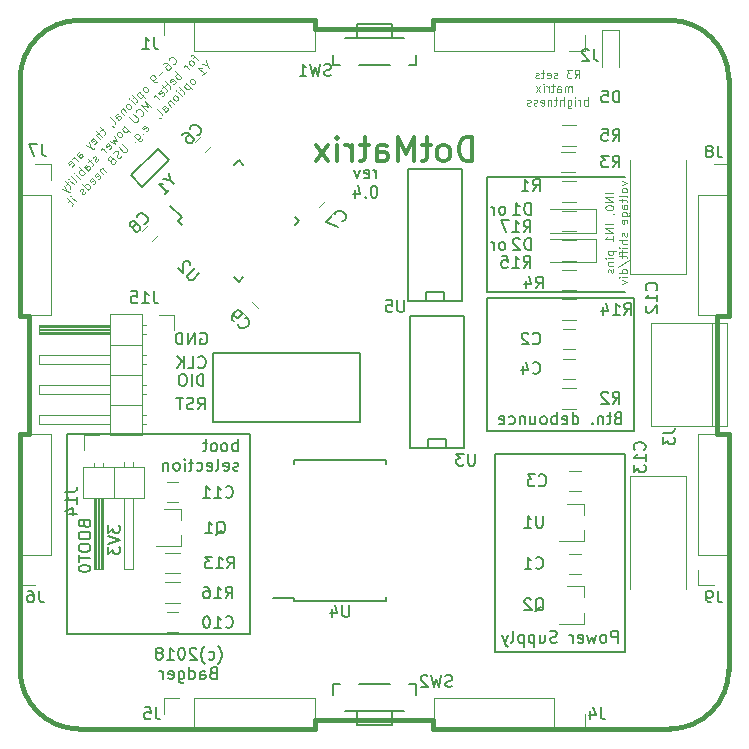
<source format=gbr>
%TF.GenerationSoftware,KiCad,Pcbnew,5.0.2-bee76a0~70~ubuntu16.04.1*%
%TF.CreationDate,2019-02-12T08:58:08+01:00*%
%TF.ProjectId,bcl4v2,62636c34-7632-42e6-9b69-6361645f7063,rev?*%
%TF.SameCoordinates,Original*%
%TF.FileFunction,Legend,Bot*%
%TF.FilePolarity,Positive*%
%FSLAX46Y46*%
G04 Gerber Fmt 4.6, Leading zero omitted, Abs format (unit mm)*
G04 Created by KiCad (PCBNEW 5.0.2-bee76a0~70~ubuntu16.04.1) date Út 12. únor 2019, 08:58:08 CET*
%MOMM*%
%LPD*%
G01*
G04 APERTURE LIST*
%ADD10C,0.110000*%
%ADD11C,0.381000*%
%ADD12C,0.150000*%
%ADD13C,0.300000*%
%ADD14C,0.120000*%
G04 APERTURE END LIST*
D10*
X116950000Y-74906666D02*
X117183333Y-74573333D01*
X117350000Y-74906666D02*
X117350000Y-74206666D01*
X117083333Y-74206666D01*
X117016666Y-74240000D01*
X116983333Y-74273333D01*
X116950000Y-74340000D01*
X116950000Y-74440000D01*
X116983333Y-74506666D01*
X117016666Y-74540000D01*
X117083333Y-74573333D01*
X117350000Y-74573333D01*
X116716666Y-74206666D02*
X116283333Y-74206666D01*
X116516666Y-74473333D01*
X116416666Y-74473333D01*
X116350000Y-74506666D01*
X116316666Y-74540000D01*
X116283333Y-74606666D01*
X116283333Y-74773333D01*
X116316666Y-74840000D01*
X116350000Y-74873333D01*
X116416666Y-74906666D01*
X116616666Y-74906666D01*
X116683333Y-74873333D01*
X116716666Y-74840000D01*
X115483333Y-74873333D02*
X115416666Y-74906666D01*
X115283333Y-74906666D01*
X115216666Y-74873333D01*
X115183333Y-74806666D01*
X115183333Y-74773333D01*
X115216666Y-74706666D01*
X115283333Y-74673333D01*
X115383333Y-74673333D01*
X115450000Y-74640000D01*
X115483333Y-74573333D01*
X115483333Y-74540000D01*
X115450000Y-74473333D01*
X115383333Y-74440000D01*
X115283333Y-74440000D01*
X115216666Y-74473333D01*
X114616666Y-74873333D02*
X114683333Y-74906666D01*
X114816666Y-74906666D01*
X114883333Y-74873333D01*
X114916666Y-74806666D01*
X114916666Y-74540000D01*
X114883333Y-74473333D01*
X114816666Y-74440000D01*
X114683333Y-74440000D01*
X114616666Y-74473333D01*
X114583333Y-74540000D01*
X114583333Y-74606666D01*
X114916666Y-74673333D01*
X114383333Y-74440000D02*
X114116666Y-74440000D01*
X114283333Y-74206666D02*
X114283333Y-74806666D01*
X114250000Y-74873333D01*
X114183333Y-74906666D01*
X114116666Y-74906666D01*
X113916666Y-74873333D02*
X113850000Y-74906666D01*
X113716666Y-74906666D01*
X113650000Y-74873333D01*
X113616666Y-74806666D01*
X113616666Y-74773333D01*
X113650000Y-74706666D01*
X113716666Y-74673333D01*
X113816666Y-74673333D01*
X113883333Y-74640000D01*
X113916666Y-74573333D01*
X113916666Y-74540000D01*
X113883333Y-74473333D01*
X113816666Y-74440000D01*
X113716666Y-74440000D01*
X113650000Y-74473333D01*
X116716666Y-76066666D02*
X116716666Y-75600000D01*
X116716666Y-75666666D02*
X116683333Y-75633333D01*
X116616666Y-75600000D01*
X116516666Y-75600000D01*
X116450000Y-75633333D01*
X116416666Y-75700000D01*
X116416666Y-76066666D01*
X116416666Y-75700000D02*
X116383333Y-75633333D01*
X116316666Y-75600000D01*
X116216666Y-75600000D01*
X116150000Y-75633333D01*
X116116666Y-75700000D01*
X116116666Y-76066666D01*
X115483333Y-76066666D02*
X115483333Y-75700000D01*
X115516666Y-75633333D01*
X115583333Y-75600000D01*
X115716666Y-75600000D01*
X115783333Y-75633333D01*
X115483333Y-76033333D02*
X115550000Y-76066666D01*
X115716666Y-76066666D01*
X115783333Y-76033333D01*
X115816666Y-75966666D01*
X115816666Y-75900000D01*
X115783333Y-75833333D01*
X115716666Y-75800000D01*
X115550000Y-75800000D01*
X115483333Y-75766666D01*
X115250000Y-75600000D02*
X114983333Y-75600000D01*
X115150000Y-75366666D02*
X115150000Y-75966666D01*
X115116666Y-76033333D01*
X115050000Y-76066666D01*
X114983333Y-76066666D01*
X114750000Y-76066666D02*
X114750000Y-75600000D01*
X114750000Y-75733333D02*
X114716666Y-75666666D01*
X114683333Y-75633333D01*
X114616666Y-75600000D01*
X114550000Y-75600000D01*
X114316666Y-76066666D02*
X114316666Y-75600000D01*
X114316666Y-75366666D02*
X114350000Y-75400000D01*
X114316666Y-75433333D01*
X114283333Y-75400000D01*
X114316666Y-75366666D01*
X114316666Y-75433333D01*
X114050000Y-76066666D02*
X113683333Y-75600000D01*
X114050000Y-75600000D02*
X113683333Y-76066666D01*
X118050000Y-77226666D02*
X118050000Y-76526666D01*
X118050000Y-76793333D02*
X117983333Y-76760000D01*
X117850000Y-76760000D01*
X117783333Y-76793333D01*
X117750000Y-76826666D01*
X117716666Y-76893333D01*
X117716666Y-77093333D01*
X117750000Y-77160000D01*
X117783333Y-77193333D01*
X117850000Y-77226666D01*
X117983333Y-77226666D01*
X118050000Y-77193333D01*
X117416666Y-77226666D02*
X117416666Y-76760000D01*
X117416666Y-76893333D02*
X117383333Y-76826666D01*
X117350000Y-76793333D01*
X117283333Y-76760000D01*
X117216666Y-76760000D01*
X116983333Y-77226666D02*
X116983333Y-76760000D01*
X116983333Y-76526666D02*
X117016666Y-76560000D01*
X116983333Y-76593333D01*
X116950000Y-76560000D01*
X116983333Y-76526666D01*
X116983333Y-76593333D01*
X116350000Y-76760000D02*
X116350000Y-77326666D01*
X116383333Y-77393333D01*
X116416666Y-77426666D01*
X116483333Y-77460000D01*
X116583333Y-77460000D01*
X116650000Y-77426666D01*
X116350000Y-77193333D02*
X116416666Y-77226666D01*
X116550000Y-77226666D01*
X116616666Y-77193333D01*
X116650000Y-77160000D01*
X116683333Y-77093333D01*
X116683333Y-76893333D01*
X116650000Y-76826666D01*
X116616666Y-76793333D01*
X116550000Y-76760000D01*
X116416666Y-76760000D01*
X116350000Y-76793333D01*
X116016666Y-77226666D02*
X116016666Y-76526666D01*
X115716666Y-77226666D02*
X115716666Y-76860000D01*
X115750000Y-76793333D01*
X115816666Y-76760000D01*
X115916666Y-76760000D01*
X115983333Y-76793333D01*
X116016666Y-76826666D01*
X115483333Y-76760000D02*
X115216666Y-76760000D01*
X115383333Y-76526666D02*
X115383333Y-77126666D01*
X115350000Y-77193333D01*
X115283333Y-77226666D01*
X115216666Y-77226666D01*
X114983333Y-76760000D02*
X114983333Y-77226666D01*
X114983333Y-76826666D02*
X114950000Y-76793333D01*
X114883333Y-76760000D01*
X114783333Y-76760000D01*
X114716666Y-76793333D01*
X114683333Y-76860000D01*
X114683333Y-77226666D01*
X114083333Y-77193333D02*
X114150000Y-77226666D01*
X114283333Y-77226666D01*
X114350000Y-77193333D01*
X114383333Y-77126666D01*
X114383333Y-76860000D01*
X114350000Y-76793333D01*
X114283333Y-76760000D01*
X114150000Y-76760000D01*
X114083333Y-76793333D01*
X114050000Y-76860000D01*
X114050000Y-76926666D01*
X114383333Y-76993333D01*
X113783333Y-77193333D02*
X113716666Y-77226666D01*
X113583333Y-77226666D01*
X113516666Y-77193333D01*
X113483333Y-77126666D01*
X113483333Y-77093333D01*
X113516666Y-77026666D01*
X113583333Y-76993333D01*
X113683333Y-76993333D01*
X113750000Y-76960000D01*
X113783333Y-76893333D01*
X113783333Y-76860000D01*
X113750000Y-76793333D01*
X113683333Y-76760000D01*
X113583333Y-76760000D01*
X113516666Y-76793333D01*
X113216666Y-77193333D02*
X113150000Y-77226666D01*
X113016666Y-77226666D01*
X112950000Y-77193333D01*
X112916666Y-77126666D01*
X112916666Y-77093333D01*
X112950000Y-77026666D01*
X113016666Y-76993333D01*
X113116666Y-76993333D01*
X113183333Y-76960000D01*
X113216666Y-76893333D01*
X113216666Y-76860000D01*
X113183333Y-76793333D01*
X113116666Y-76760000D01*
X113016666Y-76760000D01*
X112950000Y-76793333D01*
D11*
X70000000Y-95000000D02*
X70000000Y-75000000D01*
X70000000Y-125000000D02*
X70000000Y-105000000D01*
X95000000Y-130000000D02*
X75000000Y-130000000D01*
X125000000Y-130000000D02*
X105000000Y-130000000D01*
X130000000Y-105000000D02*
X130000000Y-125000000D01*
X130000000Y-75000000D02*
X130000000Y-95000000D01*
X105000000Y-70000000D02*
X125000000Y-70000000D01*
X75000000Y-70000000D02*
X95000000Y-70000000D01*
X75000000Y-130000000D02*
G75*
G02X70000000Y-125000000I0J5000000D01*
G01*
X130000000Y-125000000D02*
G75*
G02X125000000Y-130000000I-5000000J0D01*
G01*
X125000000Y-70000000D02*
G75*
G02X130000000Y-75000000I0J-5000000D01*
G01*
X70000000Y-75000000D02*
G75*
G02X75000000Y-70000000I5000000J0D01*
G01*
X105000000Y-70750000D02*
X105000000Y-70000000D01*
X95000000Y-70750000D02*
X105000000Y-70750000D01*
X95000000Y-70000000D02*
X95000000Y-70750000D01*
X70750000Y-105000000D02*
X70000000Y-105000000D01*
X70750000Y-95000000D02*
X70750000Y-105000000D01*
X70000000Y-95000000D02*
X70750000Y-95000000D01*
X105000000Y-129250000D02*
X105000000Y-130000000D01*
X95000000Y-129250000D02*
X105000000Y-129250000D01*
X95000000Y-130000000D02*
X95000000Y-129250000D01*
D12*
X86300000Y-98150000D02*
X86300000Y-98175000D01*
X98750000Y-98150000D02*
X86300000Y-98150000D01*
X98750000Y-104025000D02*
X98750000Y-98150000D01*
X86300000Y-104025000D02*
X98750000Y-104025000D01*
X86300000Y-98225000D02*
X86300000Y-104025000D01*
D10*
X82967024Y-73746040D02*
X83014164Y-73746040D01*
X83108445Y-73698900D01*
X83155586Y-73651759D01*
X83202726Y-73557479D01*
X83202726Y-73463198D01*
X83179156Y-73392487D01*
X83108445Y-73274636D01*
X83037735Y-73203925D01*
X82919884Y-73133215D01*
X82849173Y-73109644D01*
X82754892Y-73109644D01*
X82660611Y-73156785D01*
X82613471Y-73203925D01*
X82566330Y-73298206D01*
X82566330Y-73345347D01*
X82094926Y-73722470D02*
X82189207Y-73628189D01*
X82259917Y-73604619D01*
X82307058Y-73604619D01*
X82424909Y-73628189D01*
X82542760Y-73698900D01*
X82731322Y-73887462D01*
X82754892Y-73958172D01*
X82754892Y-74005313D01*
X82731322Y-74076024D01*
X82637041Y-74170304D01*
X82566330Y-74193875D01*
X82519190Y-74193875D01*
X82448479Y-74170304D01*
X82330628Y-74052453D01*
X82307058Y-73981743D01*
X82307058Y-73934602D01*
X82330628Y-73863892D01*
X82424909Y-73769611D01*
X82495619Y-73746040D01*
X82542760Y-73746040D01*
X82613471Y-73769611D01*
X82142066Y-74288156D02*
X81764942Y-74665279D01*
X81694232Y-75113113D02*
X81599951Y-75207394D01*
X81529240Y-75230965D01*
X81482100Y-75230965D01*
X81364249Y-75207394D01*
X81246398Y-75136684D01*
X81057836Y-74948122D01*
X81034265Y-74877411D01*
X81034265Y-74830271D01*
X81057836Y-74759560D01*
X81152117Y-74665279D01*
X81222827Y-74641709D01*
X81269968Y-74641709D01*
X81340678Y-74665279D01*
X81458530Y-74783130D01*
X81482100Y-74853841D01*
X81482100Y-74900981D01*
X81458530Y-74971692D01*
X81364249Y-75065973D01*
X81293538Y-75089543D01*
X81246398Y-75089543D01*
X81175687Y-75065973D01*
X80798563Y-76008782D02*
X80822133Y-75938071D01*
X80822133Y-75890931D01*
X80798563Y-75820220D01*
X80657142Y-75678799D01*
X80586431Y-75655229D01*
X80539291Y-75655229D01*
X80468580Y-75678799D01*
X80397869Y-75749510D01*
X80374299Y-75820220D01*
X80374299Y-75867361D01*
X80397869Y-75938071D01*
X80539291Y-76079493D01*
X80610001Y-76103063D01*
X80657142Y-76103063D01*
X80727853Y-76079493D01*
X80798563Y-76008782D01*
X80091456Y-76055923D02*
X80586431Y-76550897D01*
X80115027Y-76079493D02*
X80044316Y-76103063D01*
X79950035Y-76197344D01*
X79926465Y-76268055D01*
X79926465Y-76315195D01*
X79950035Y-76385906D01*
X80091456Y-76527327D01*
X80162167Y-76550897D01*
X80209308Y-76550897D01*
X80280018Y-76527327D01*
X80374299Y-76433046D01*
X80397869Y-76362335D01*
X79714333Y-76433046D02*
X79525771Y-76621608D01*
X79478631Y-76338765D02*
X79902895Y-76763029D01*
X79926465Y-76833740D01*
X79902895Y-76904451D01*
X79855754Y-76951591D01*
X79690763Y-77116583D02*
X79360779Y-76786600D01*
X79195788Y-76621608D02*
X79242928Y-76621608D01*
X79242928Y-76668748D01*
X79195788Y-76668748D01*
X79195788Y-76621608D01*
X79242928Y-76668748D01*
X79384350Y-77422996D02*
X79407920Y-77352285D01*
X79407920Y-77305145D01*
X79384350Y-77234434D01*
X79242928Y-77093012D01*
X79172218Y-77069442D01*
X79125077Y-77069442D01*
X79054366Y-77093012D01*
X78983656Y-77163723D01*
X78960086Y-77234434D01*
X78960086Y-77281574D01*
X78983656Y-77352285D01*
X79125077Y-77493706D01*
X79195788Y-77517277D01*
X79242928Y-77517277D01*
X79313639Y-77493706D01*
X79384350Y-77422996D01*
X78677243Y-77470136D02*
X79007226Y-77800119D01*
X78724383Y-77517277D02*
X78677243Y-77517277D01*
X78606532Y-77540847D01*
X78535822Y-77611557D01*
X78512251Y-77682268D01*
X78535822Y-77752979D01*
X78795094Y-78012251D01*
X78347260Y-78460086D02*
X78087987Y-78200813D01*
X78064417Y-78130102D01*
X78087987Y-78059392D01*
X78182268Y-77965111D01*
X78252979Y-77941541D01*
X78323689Y-78436515D02*
X78394400Y-78412945D01*
X78512251Y-78295094D01*
X78535822Y-78224383D01*
X78512251Y-78153673D01*
X78465111Y-78106532D01*
X78394400Y-78082962D01*
X78323689Y-78106532D01*
X78205838Y-78224383D01*
X78135128Y-78247954D01*
X78040847Y-78766499D02*
X78064417Y-78695788D01*
X78040847Y-78625077D01*
X77616583Y-78200813D01*
X77805145Y-78955060D02*
X77828715Y-78978631D01*
X77899425Y-79002201D01*
X77946566Y-79002201D01*
X76980187Y-79167192D02*
X76791625Y-79355754D01*
X76744484Y-79072911D02*
X77168748Y-79497176D01*
X77192319Y-79567886D01*
X77168748Y-79638597D01*
X77121608Y-79685737D01*
X76956616Y-79850729D02*
X76461642Y-79355754D01*
X76744484Y-80062861D02*
X76485212Y-79803588D01*
X76461642Y-79732878D01*
X76485212Y-79662167D01*
X76555923Y-79591456D01*
X76626633Y-79567886D01*
X76673774Y-79567886D01*
X76296650Y-80463555D02*
X76367361Y-80439985D01*
X76461642Y-80345704D01*
X76485212Y-80274993D01*
X76461642Y-80204282D01*
X76273080Y-80015721D01*
X76202369Y-79992150D01*
X76131658Y-80015721D01*
X76037378Y-80110001D01*
X76013807Y-80180712D01*
X76037378Y-80251423D01*
X76084518Y-80298563D01*
X76367361Y-80110001D01*
X75801675Y-80345704D02*
X76013807Y-80793538D01*
X75565973Y-80581406D02*
X76013807Y-80793538D01*
X76178799Y-80864249D01*
X76225939Y-80864249D01*
X76296650Y-80840678D01*
X75118139Y-81689207D02*
X74858866Y-81429934D01*
X74835296Y-81359223D01*
X74858866Y-81288513D01*
X74953147Y-81194232D01*
X75023858Y-81170662D01*
X75094569Y-81665636D02*
X75165279Y-81642066D01*
X75283130Y-81524215D01*
X75306701Y-81453504D01*
X75283130Y-81382794D01*
X75235990Y-81335653D01*
X75165279Y-81312083D01*
X75094569Y-81335653D01*
X74976717Y-81453504D01*
X74906007Y-81477075D01*
X74882436Y-81924909D02*
X74552453Y-81594926D01*
X74646734Y-81689207D02*
X74576024Y-81665636D01*
X74528883Y-81665636D01*
X74458172Y-81689207D01*
X74411032Y-81736347D01*
X74363892Y-82396313D02*
X74434602Y-82372743D01*
X74528883Y-82278462D01*
X74552453Y-82207752D01*
X74528883Y-82137041D01*
X74340321Y-81948479D01*
X74269611Y-81924909D01*
X74198900Y-81948479D01*
X74104619Y-82042760D01*
X74081049Y-82113471D01*
X74104619Y-82184181D01*
X74151759Y-82231322D01*
X74434602Y-82042760D01*
X84800788Y-72987079D02*
X84612226Y-73175641D01*
X85060060Y-73387773D02*
X84635796Y-72963509D01*
X84565085Y-72939939D01*
X84494375Y-72963509D01*
X84447234Y-73010649D01*
X84706507Y-73741326D02*
X84730077Y-73670616D01*
X84730077Y-73623475D01*
X84706507Y-73552765D01*
X84565085Y-73411343D01*
X84494375Y-73387773D01*
X84447234Y-73387773D01*
X84376524Y-73411343D01*
X84305813Y-73482054D01*
X84282243Y-73552765D01*
X84282243Y-73599905D01*
X84305813Y-73670616D01*
X84447234Y-73812037D01*
X84517945Y-73835607D01*
X84565085Y-73835607D01*
X84635796Y-73812037D01*
X84706507Y-73741326D01*
X84329383Y-74118450D02*
X83999400Y-73788467D01*
X84093681Y-73882748D02*
X84022970Y-73859178D01*
X83975830Y-73859178D01*
X83905119Y-73882748D01*
X83857979Y-73929888D01*
X83645847Y-74801987D02*
X83150872Y-74307012D01*
X83339434Y-74495574D02*
X83268723Y-74519144D01*
X83174442Y-74613425D01*
X83150872Y-74684136D01*
X83150872Y-74731276D01*
X83174442Y-74801987D01*
X83315863Y-74943408D01*
X83386574Y-74966978D01*
X83433715Y-74966978D01*
X83504425Y-74943408D01*
X83598706Y-74849127D01*
X83622276Y-74778416D01*
X82985880Y-75414813D02*
X83056591Y-75391242D01*
X83150872Y-75296961D01*
X83174442Y-75226251D01*
X83150872Y-75155540D01*
X82962310Y-74966978D01*
X82891599Y-74943408D01*
X82820889Y-74966978D01*
X82726608Y-75061259D01*
X82703038Y-75131970D01*
X82726608Y-75202680D01*
X82773748Y-75249821D01*
X83056591Y-75061259D01*
X82514476Y-75273391D02*
X82325914Y-75461953D01*
X82278774Y-75179110D02*
X82703038Y-75603374D01*
X82726608Y-75674085D01*
X82703038Y-75744796D01*
X82655897Y-75791936D01*
X82231633Y-75556234D02*
X82043071Y-75744796D01*
X81995931Y-75461953D02*
X82420195Y-75886217D01*
X82443765Y-75956928D01*
X82420195Y-76027638D01*
X82373054Y-76074779D01*
X81995931Y-76404762D02*
X82066642Y-76381192D01*
X82160922Y-76286911D01*
X82184493Y-76216200D01*
X82160922Y-76145490D01*
X81972361Y-75956928D01*
X81901650Y-75933357D01*
X81830939Y-75956928D01*
X81736658Y-76051209D01*
X81713088Y-76121919D01*
X81736658Y-76192630D01*
X81783799Y-76239770D01*
X82066642Y-76051209D01*
X81783799Y-76664034D02*
X81453816Y-76334051D01*
X81548097Y-76428332D02*
X81477386Y-76404762D01*
X81430245Y-76404762D01*
X81359535Y-76428332D01*
X81312394Y-76475473D01*
X81100262Y-77347571D02*
X80605287Y-76852596D01*
X80793849Y-77371141D01*
X80275304Y-77182579D01*
X80770279Y-77677554D01*
X80204594Y-78148959D02*
X80251734Y-78148959D01*
X80346015Y-78101818D01*
X80393155Y-78054678D01*
X80440296Y-77960397D01*
X80440296Y-77866116D01*
X80416726Y-77795405D01*
X80346015Y-77677554D01*
X80275304Y-77606844D01*
X80157453Y-77536133D01*
X80086743Y-77512563D01*
X79992462Y-77512563D01*
X79898181Y-77559703D01*
X79851040Y-77606844D01*
X79803900Y-77701124D01*
X79803900Y-77748265D01*
X79544627Y-77913256D02*
X79945321Y-78313950D01*
X79968891Y-78384661D01*
X79968891Y-78431801D01*
X79945321Y-78502512D01*
X79851040Y-78596793D01*
X79780330Y-78620363D01*
X79733189Y-78620363D01*
X79662478Y-78596793D01*
X79261785Y-78196099D01*
X78813950Y-78973917D02*
X79308925Y-79468891D01*
X78837521Y-78997487D02*
X78766810Y-79021057D01*
X78672529Y-79115338D01*
X78648959Y-79186049D01*
X78648959Y-79233189D01*
X78672529Y-79303900D01*
X78813950Y-79445321D01*
X78884661Y-79468891D01*
X78931801Y-79468891D01*
X79002512Y-79445321D01*
X79096793Y-79351040D01*
X79120363Y-79280330D01*
X78625389Y-79822445D02*
X78648959Y-79751734D01*
X78648959Y-79704594D01*
X78625389Y-79633883D01*
X78483967Y-79492462D01*
X78413256Y-79468891D01*
X78366116Y-79468891D01*
X78295405Y-79492462D01*
X78224695Y-79563172D01*
X78201124Y-79633883D01*
X78201124Y-79681023D01*
X78224695Y-79751734D01*
X78366116Y-79893155D01*
X78436827Y-79916726D01*
X78483967Y-79916726D01*
X78554678Y-79893155D01*
X78625389Y-79822445D01*
X77965422Y-79822445D02*
X78201124Y-80246709D01*
X77871141Y-80105287D01*
X78012563Y-80435271D01*
X77588299Y-80199568D01*
X77517588Y-80883105D02*
X77588299Y-80859535D01*
X77682579Y-80765254D01*
X77706150Y-80694543D01*
X77682579Y-80623832D01*
X77494018Y-80435271D01*
X77423307Y-80411700D01*
X77352596Y-80435271D01*
X77258315Y-80529552D01*
X77234745Y-80600262D01*
X77258315Y-80670973D01*
X77305456Y-80718113D01*
X77588299Y-80529552D01*
X77305456Y-81142377D02*
X76975473Y-80812394D01*
X77069754Y-80906675D02*
X76999043Y-80883105D01*
X76951902Y-80883105D01*
X76881192Y-80906675D01*
X76834051Y-80953816D01*
X76621919Y-81778774D02*
X76598349Y-81849484D01*
X76504068Y-81943765D01*
X76433357Y-81967335D01*
X76362647Y-81943765D01*
X76339077Y-81920195D01*
X76315506Y-81849484D01*
X76339077Y-81778774D01*
X76409787Y-81708063D01*
X76433357Y-81637352D01*
X76409787Y-81566642D01*
X76386217Y-81543071D01*
X76315506Y-81519501D01*
X76244796Y-81543071D01*
X76174085Y-81613782D01*
X76150515Y-81684493D01*
X75961953Y-81825914D02*
X75773391Y-82014476D01*
X75726251Y-81731633D02*
X76150515Y-82155897D01*
X76174085Y-82226608D01*
X76150515Y-82297319D01*
X76103374Y-82344459D01*
X75726251Y-82721583D02*
X75466978Y-82462310D01*
X75443408Y-82391599D01*
X75466978Y-82320889D01*
X75561259Y-82226608D01*
X75631970Y-82203038D01*
X75702680Y-82698012D02*
X75773391Y-82674442D01*
X75891242Y-82556591D01*
X75914813Y-82485880D01*
X75891242Y-82415170D01*
X75844102Y-82368029D01*
X75773391Y-82344459D01*
X75702680Y-82368029D01*
X75584829Y-82485880D01*
X75514119Y-82509451D01*
X75490548Y-82957285D02*
X74995574Y-82462310D01*
X75184136Y-82650872D02*
X75113425Y-82674442D01*
X75019144Y-82768723D01*
X74995574Y-82839434D01*
X74995574Y-82886574D01*
X75019144Y-82957285D01*
X75160565Y-83098706D01*
X75231276Y-83122276D01*
X75278416Y-83122276D01*
X75349127Y-83098706D01*
X75443408Y-83004425D01*
X75466978Y-82933715D01*
X75042714Y-83405119D02*
X74712731Y-83075136D01*
X74547739Y-82910144D02*
X74594880Y-82910144D01*
X74594880Y-82957285D01*
X74547739Y-82957285D01*
X74547739Y-82910144D01*
X74594880Y-82957285D01*
X74736301Y-83711532D02*
X74759871Y-83640821D01*
X74736301Y-83570111D01*
X74312037Y-83145847D01*
X74547739Y-83900094D02*
X74217756Y-83570111D01*
X74052765Y-83405119D02*
X74099905Y-83405119D01*
X74099905Y-83452260D01*
X74052765Y-83452260D01*
X74052765Y-83405119D01*
X74099905Y-83452260D01*
X74052765Y-83735102D02*
X73864203Y-83923664D01*
X73817062Y-83640821D02*
X74241326Y-84065085D01*
X74264897Y-84135796D01*
X74241326Y-84206507D01*
X74194186Y-84253647D01*
X73746352Y-84041515D02*
X73958484Y-84489350D01*
X73510649Y-84277218D02*
X73958484Y-84489350D01*
X74123475Y-84560060D01*
X74170616Y-84560060D01*
X74241326Y-84536490D01*
X85797808Y-73819108D02*
X86033511Y-74054811D01*
X85703528Y-73394844D02*
X85797808Y-73819108D01*
X85373544Y-73724827D01*
X85444255Y-74644066D02*
X85727098Y-74361224D01*
X85585676Y-74502645D02*
X85090702Y-74007670D01*
X85208553Y-74031240D01*
X85302834Y-74031240D01*
X85373544Y-74007670D01*
X84784289Y-75304033D02*
X84807859Y-75233322D01*
X84807859Y-75186181D01*
X84784289Y-75115471D01*
X84642867Y-74974049D01*
X84572157Y-74950479D01*
X84525016Y-74950479D01*
X84454306Y-74974049D01*
X84383595Y-75044760D01*
X84360025Y-75115471D01*
X84360025Y-75162611D01*
X84383595Y-75233322D01*
X84525016Y-75374743D01*
X84595727Y-75398313D01*
X84642867Y-75398313D01*
X84713578Y-75374743D01*
X84784289Y-75304033D01*
X84077182Y-75351173D02*
X84572157Y-75846148D01*
X84100752Y-75374743D02*
X84030041Y-75398313D01*
X83935761Y-75492594D01*
X83912190Y-75563305D01*
X83912190Y-75610446D01*
X83935761Y-75681156D01*
X84077182Y-75822578D01*
X84147893Y-75846148D01*
X84195033Y-75846148D01*
X84265744Y-75822578D01*
X84360025Y-75728297D01*
X84383595Y-75657586D01*
X83700058Y-75728297D02*
X83511497Y-75916858D01*
X83464356Y-75634016D02*
X83888620Y-76058280D01*
X83912190Y-76128990D01*
X83888620Y-76199701D01*
X83841480Y-76246842D01*
X83676488Y-76411833D02*
X83346505Y-76081850D01*
X83181513Y-75916858D02*
X83228654Y-75916858D01*
X83228654Y-75963999D01*
X83181513Y-75963999D01*
X83181513Y-75916858D01*
X83228654Y-75963999D01*
X83370075Y-76718246D02*
X83393645Y-76647535D01*
X83393645Y-76600395D01*
X83370075Y-76529684D01*
X83228654Y-76388263D01*
X83157943Y-76364693D01*
X83110803Y-76364693D01*
X83040092Y-76388263D01*
X82969381Y-76458974D01*
X82945811Y-76529684D01*
X82945811Y-76576825D01*
X82969381Y-76647535D01*
X83110803Y-76788957D01*
X83181513Y-76812527D01*
X83228654Y-76812527D01*
X83299364Y-76788957D01*
X83370075Y-76718246D01*
X82662968Y-76765387D02*
X82992952Y-77095370D01*
X82710109Y-76812527D02*
X82662968Y-76812527D01*
X82592258Y-76836097D01*
X82521547Y-76906808D01*
X82497977Y-76977519D01*
X82521547Y-77048229D01*
X82780819Y-77307502D01*
X82332985Y-77755336D02*
X82073713Y-77496064D01*
X82050142Y-77425353D01*
X82073713Y-77354642D01*
X82167994Y-77260361D01*
X82238704Y-77236791D01*
X82309415Y-77731766D02*
X82380126Y-77708196D01*
X82497977Y-77590345D01*
X82521547Y-77519634D01*
X82497977Y-77448923D01*
X82450836Y-77401783D01*
X82380126Y-77378212D01*
X82309415Y-77401783D01*
X82191564Y-77519634D01*
X82120853Y-77543204D01*
X82026572Y-78061749D02*
X82050142Y-77991038D01*
X82026572Y-77920328D01*
X81602308Y-77496064D01*
X81790870Y-78250311D02*
X81814440Y-78273881D01*
X81885151Y-78297451D01*
X81932291Y-78297451D01*
X80635929Y-79405252D02*
X80706640Y-79381682D01*
X80800921Y-79287401D01*
X80824491Y-79216690D01*
X80800921Y-79145979D01*
X80612359Y-78957418D01*
X80541648Y-78933847D01*
X80470937Y-78957418D01*
X80376656Y-79051699D01*
X80353086Y-79122409D01*
X80376656Y-79193120D01*
X80423797Y-79240260D01*
X80706640Y-79051699D01*
X80376656Y-79617384D02*
X80376656Y-79664524D01*
X80423797Y-79664524D01*
X80423797Y-79617384D01*
X80376656Y-79617384D01*
X80423797Y-79664524D01*
X79645979Y-79782376D02*
X80046673Y-80183069D01*
X80117384Y-80206640D01*
X80164524Y-80206640D01*
X80235235Y-80183069D01*
X80305946Y-80112359D01*
X80329516Y-80041648D01*
X79952392Y-80088788D02*
X80023103Y-80065218D01*
X80117384Y-79970937D01*
X80140954Y-79900227D01*
X80140954Y-79853086D01*
X80117384Y-79782376D01*
X79975963Y-79640954D01*
X79905252Y-79617384D01*
X79858111Y-79617384D01*
X79787401Y-79640954D01*
X79693120Y-79735235D01*
X79669550Y-79805946D01*
X79693120Y-80300921D02*
X79693120Y-80348061D01*
X79740260Y-80348061D01*
X79740260Y-80300921D01*
X79693120Y-80300921D01*
X79740260Y-80348061D01*
X78632460Y-80465912D02*
X79033154Y-80866606D01*
X79056724Y-80937317D01*
X79056724Y-80984457D01*
X79033154Y-81055168D01*
X78938873Y-81149449D01*
X78868162Y-81173019D01*
X78821022Y-81173019D01*
X78750311Y-81149449D01*
X78349617Y-80748755D01*
X78608889Y-81432291D02*
X78561749Y-81526572D01*
X78443898Y-81644423D01*
X78373187Y-81667994D01*
X78326047Y-81667994D01*
X78255336Y-81644423D01*
X78208196Y-81597283D01*
X78184625Y-81526572D01*
X78184625Y-81479432D01*
X78208196Y-81408721D01*
X78278906Y-81290870D01*
X78302477Y-81220159D01*
X78302477Y-81173019D01*
X78278906Y-81102308D01*
X78231766Y-81055168D01*
X78161055Y-81031598D01*
X78113915Y-81031598D01*
X78043204Y-81055168D01*
X77925353Y-81173019D01*
X77878212Y-81267300D01*
X77713221Y-81856555D02*
X77666080Y-81950836D01*
X77666080Y-81997977D01*
X77689651Y-82068687D01*
X77760361Y-82139398D01*
X77831072Y-82162968D01*
X77878212Y-82162968D01*
X77948923Y-82139398D01*
X78137485Y-81950836D01*
X77642510Y-81455862D01*
X77477519Y-81620853D01*
X77453948Y-81691564D01*
X77453948Y-81738704D01*
X77477519Y-81809415D01*
X77524659Y-81856555D01*
X77595370Y-81880126D01*
X77642510Y-81880126D01*
X77713221Y-81856555D01*
X77878212Y-81691564D01*
X76935403Y-82492952D02*
X77265387Y-82822935D01*
X76982544Y-82540092D02*
X76935403Y-82540092D01*
X76864693Y-82563662D01*
X76793982Y-82634373D01*
X76770412Y-82705084D01*
X76793982Y-82775794D01*
X77053255Y-83035067D01*
X76605420Y-83435761D02*
X76676131Y-83412190D01*
X76770412Y-83317909D01*
X76793982Y-83247199D01*
X76770412Y-83176488D01*
X76581850Y-82987926D01*
X76511139Y-82964356D01*
X76440429Y-82987926D01*
X76346148Y-83082207D01*
X76322578Y-83152918D01*
X76346148Y-83223629D01*
X76393288Y-83270769D01*
X76676131Y-83082207D01*
X76181156Y-83860025D02*
X76251867Y-83836454D01*
X76346148Y-83742174D01*
X76369718Y-83671463D01*
X76346148Y-83600752D01*
X76157586Y-83412190D01*
X76086875Y-83388620D01*
X76016165Y-83412190D01*
X75921884Y-83506471D01*
X75898313Y-83577182D01*
X75921884Y-83647893D01*
X75969024Y-83695033D01*
X76251867Y-83506471D01*
X75756892Y-84331429D02*
X75261917Y-83836454D01*
X75733322Y-84307859D02*
X75804033Y-84284289D01*
X75898313Y-84190008D01*
X75921884Y-84119297D01*
X75921884Y-84072157D01*
X75898313Y-84001446D01*
X75756892Y-83860025D01*
X75686181Y-83836454D01*
X75639041Y-83836454D01*
X75568330Y-83860025D01*
X75474049Y-83954306D01*
X75450479Y-84025016D01*
X75521190Y-84519991D02*
X75497620Y-84590702D01*
X75403339Y-84684983D01*
X75332628Y-84708553D01*
X75261917Y-84684983D01*
X75238347Y-84661412D01*
X75214777Y-84590702D01*
X75238347Y-84519991D01*
X75309058Y-84449280D01*
X75332628Y-84378570D01*
X75309058Y-84307859D01*
X75285488Y-84284289D01*
X75214777Y-84260718D01*
X75144066Y-84284289D01*
X75073356Y-84354999D01*
X75049785Y-84425710D01*
X74743372Y-85344949D02*
X74413389Y-85014966D01*
X74248398Y-84849974D02*
X74295538Y-84849974D01*
X74295538Y-84897115D01*
X74248398Y-84897115D01*
X74248398Y-84849974D01*
X74295538Y-84897115D01*
X74248398Y-85179957D02*
X74059836Y-85368519D01*
X74012695Y-85085676D02*
X74436959Y-85509940D01*
X74460530Y-85580651D01*
X74436959Y-85651362D01*
X74389819Y-85698502D01*
X120236666Y-84650000D02*
X119536666Y-84650000D01*
X120236666Y-84983333D02*
X119536666Y-84983333D01*
X120236666Y-85383333D01*
X119536666Y-85383333D01*
X119536666Y-85850000D02*
X119536666Y-85916666D01*
X119570000Y-85983333D01*
X119603333Y-86016666D01*
X119670000Y-86050000D01*
X119803333Y-86083333D01*
X119970000Y-86083333D01*
X120103333Y-86050000D01*
X120170000Y-86016666D01*
X120203333Y-85983333D01*
X120236666Y-85916666D01*
X120236666Y-85850000D01*
X120203333Y-85783333D01*
X120170000Y-85750000D01*
X120103333Y-85716666D01*
X119970000Y-85683333D01*
X119803333Y-85683333D01*
X119670000Y-85716666D01*
X119603333Y-85750000D01*
X119570000Y-85783333D01*
X119536666Y-85850000D01*
X120203333Y-86416666D02*
X120236666Y-86416666D01*
X120303333Y-86383333D01*
X120336666Y-86350000D01*
X120236666Y-87250000D02*
X119536666Y-87250000D01*
X120236666Y-87583333D02*
X119536666Y-87583333D01*
X120236666Y-87983333D01*
X119536666Y-87983333D01*
X120236666Y-88683333D02*
X120236666Y-88283333D01*
X120236666Y-88483333D02*
X119536666Y-88483333D01*
X119636666Y-88416666D01*
X119703333Y-88350000D01*
X119736666Y-88283333D01*
X119770000Y-89516666D02*
X120470000Y-89516666D01*
X119803333Y-89516666D02*
X119770000Y-89583333D01*
X119770000Y-89716666D01*
X119803333Y-89783333D01*
X119836666Y-89816666D01*
X119903333Y-89850000D01*
X120103333Y-89850000D01*
X120170000Y-89816666D01*
X120203333Y-89783333D01*
X120236666Y-89716666D01*
X120236666Y-89583333D01*
X120203333Y-89516666D01*
X120236666Y-90150000D02*
X119770000Y-90150000D01*
X119536666Y-90150000D02*
X119570000Y-90116666D01*
X119603333Y-90150000D01*
X119570000Y-90183333D01*
X119536666Y-90150000D01*
X119603333Y-90150000D01*
X119770000Y-90483333D02*
X120236666Y-90483333D01*
X119836666Y-90483333D02*
X119803333Y-90516666D01*
X119770000Y-90583333D01*
X119770000Y-90683333D01*
X119803333Y-90750000D01*
X119870000Y-90783333D01*
X120236666Y-90783333D01*
X120203333Y-91083333D02*
X120236666Y-91150000D01*
X120236666Y-91283333D01*
X120203333Y-91350000D01*
X120136666Y-91383333D01*
X120103333Y-91383333D01*
X120036666Y-91350000D01*
X120003333Y-91283333D01*
X120003333Y-91183333D01*
X119970000Y-91116666D01*
X119903333Y-91083333D01*
X119870000Y-91083333D01*
X119803333Y-91116666D01*
X119770000Y-91183333D01*
X119770000Y-91283333D01*
X119803333Y-91350000D01*
X120930000Y-83650000D02*
X121396666Y-83816666D01*
X120930000Y-83983333D01*
X121396666Y-84350000D02*
X121363333Y-84283333D01*
X121330000Y-84250000D01*
X121263333Y-84216666D01*
X121063333Y-84216666D01*
X120996666Y-84250000D01*
X120963333Y-84283333D01*
X120930000Y-84350000D01*
X120930000Y-84450000D01*
X120963333Y-84516666D01*
X120996666Y-84550000D01*
X121063333Y-84583333D01*
X121263333Y-84583333D01*
X121330000Y-84550000D01*
X121363333Y-84516666D01*
X121396666Y-84450000D01*
X121396666Y-84350000D01*
X121396666Y-84983333D02*
X121363333Y-84916666D01*
X121296666Y-84883333D01*
X120696666Y-84883333D01*
X120930000Y-85150000D02*
X120930000Y-85416666D01*
X120696666Y-85250000D02*
X121296666Y-85250000D01*
X121363333Y-85283333D01*
X121396666Y-85350000D01*
X121396666Y-85416666D01*
X121396666Y-85950000D02*
X121030000Y-85950000D01*
X120963333Y-85916666D01*
X120930000Y-85850000D01*
X120930000Y-85716666D01*
X120963333Y-85650000D01*
X121363333Y-85950000D02*
X121396666Y-85883333D01*
X121396666Y-85716666D01*
X121363333Y-85650000D01*
X121296666Y-85616666D01*
X121230000Y-85616666D01*
X121163333Y-85650000D01*
X121130000Y-85716666D01*
X121130000Y-85883333D01*
X121096666Y-85950000D01*
X120930000Y-86583333D02*
X121496666Y-86583333D01*
X121563333Y-86550000D01*
X121596666Y-86516666D01*
X121630000Y-86450000D01*
X121630000Y-86350000D01*
X121596666Y-86283333D01*
X121363333Y-86583333D02*
X121396666Y-86516666D01*
X121396666Y-86383333D01*
X121363333Y-86316666D01*
X121330000Y-86283333D01*
X121263333Y-86250000D01*
X121063333Y-86250000D01*
X120996666Y-86283333D01*
X120963333Y-86316666D01*
X120930000Y-86383333D01*
X120930000Y-86516666D01*
X120963333Y-86583333D01*
X121363333Y-87183333D02*
X121396666Y-87116666D01*
X121396666Y-86983333D01*
X121363333Y-86916666D01*
X121296666Y-86883333D01*
X121030000Y-86883333D01*
X120963333Y-86916666D01*
X120930000Y-86983333D01*
X120930000Y-87116666D01*
X120963333Y-87183333D01*
X121030000Y-87216666D01*
X121096666Y-87216666D01*
X121163333Y-86883333D01*
X121363333Y-88016666D02*
X121396666Y-88083333D01*
X121396666Y-88216666D01*
X121363333Y-88283333D01*
X121296666Y-88316666D01*
X121263333Y-88316666D01*
X121196666Y-88283333D01*
X121163333Y-88216666D01*
X121163333Y-88116666D01*
X121130000Y-88050000D01*
X121063333Y-88016666D01*
X121030000Y-88016666D01*
X120963333Y-88050000D01*
X120930000Y-88116666D01*
X120930000Y-88216666D01*
X120963333Y-88283333D01*
X121396666Y-88616666D02*
X120696666Y-88616666D01*
X121396666Y-88916666D02*
X121030000Y-88916666D01*
X120963333Y-88883333D01*
X120930000Y-88816666D01*
X120930000Y-88716666D01*
X120963333Y-88650000D01*
X120996666Y-88616666D01*
X121396666Y-89250000D02*
X120930000Y-89250000D01*
X120696666Y-89250000D02*
X120730000Y-89216666D01*
X120763333Y-89250000D01*
X120730000Y-89283333D01*
X120696666Y-89250000D01*
X120763333Y-89250000D01*
X120930000Y-89483333D02*
X120930000Y-89750000D01*
X121396666Y-89583333D02*
X120796666Y-89583333D01*
X120730000Y-89616666D01*
X120696666Y-89683333D01*
X120696666Y-89750000D01*
X120930000Y-89883333D02*
X120930000Y-90150000D01*
X120696666Y-89983333D02*
X121296666Y-89983333D01*
X121363333Y-90016666D01*
X121396666Y-90083333D01*
X121396666Y-90150000D01*
X120663333Y-90883333D02*
X121563333Y-90283333D01*
X121396666Y-91416666D02*
X120696666Y-91416666D01*
X121363333Y-91416666D02*
X121396666Y-91350000D01*
X121396666Y-91216666D01*
X121363333Y-91150000D01*
X121330000Y-91116666D01*
X121263333Y-91083333D01*
X121063333Y-91083333D01*
X120996666Y-91116666D01*
X120963333Y-91150000D01*
X120930000Y-91216666D01*
X120930000Y-91350000D01*
X120963333Y-91416666D01*
X121396666Y-91750000D02*
X120930000Y-91750000D01*
X120696666Y-91750000D02*
X120730000Y-91716666D01*
X120763333Y-91750000D01*
X120730000Y-91783333D01*
X120696666Y-91750000D01*
X120763333Y-91750000D01*
X120930000Y-92016666D02*
X121396666Y-92183333D01*
X120930000Y-92350000D01*
D12*
X120583333Y-103678571D02*
X120440476Y-103726190D01*
X120392857Y-103773809D01*
X120345238Y-103869047D01*
X120345238Y-104011904D01*
X120392857Y-104107142D01*
X120440476Y-104154761D01*
X120535714Y-104202380D01*
X120916666Y-104202380D01*
X120916666Y-103202380D01*
X120583333Y-103202380D01*
X120488095Y-103250000D01*
X120440476Y-103297619D01*
X120392857Y-103392857D01*
X120392857Y-103488095D01*
X120440476Y-103583333D01*
X120488095Y-103630952D01*
X120583333Y-103678571D01*
X120916666Y-103678571D01*
X120059523Y-103535714D02*
X119678571Y-103535714D01*
X119916666Y-103202380D02*
X119916666Y-104059523D01*
X119869047Y-104154761D01*
X119773809Y-104202380D01*
X119678571Y-104202380D01*
X119345238Y-103535714D02*
X119345238Y-104202380D01*
X119345238Y-103630952D02*
X119297619Y-103583333D01*
X119202380Y-103535714D01*
X119059523Y-103535714D01*
X118964285Y-103583333D01*
X118916666Y-103678571D01*
X118916666Y-104202380D01*
X118440476Y-104107142D02*
X118392857Y-104154761D01*
X118440476Y-104202380D01*
X118488095Y-104154761D01*
X118440476Y-104107142D01*
X118440476Y-104202380D01*
X116773809Y-104202380D02*
X116773809Y-103202380D01*
X116773809Y-104154761D02*
X116869047Y-104202380D01*
X117059523Y-104202380D01*
X117154761Y-104154761D01*
X117202380Y-104107142D01*
X117250000Y-104011904D01*
X117250000Y-103726190D01*
X117202380Y-103630952D01*
X117154761Y-103583333D01*
X117059523Y-103535714D01*
X116869047Y-103535714D01*
X116773809Y-103583333D01*
X115916666Y-104154761D02*
X116011904Y-104202380D01*
X116202380Y-104202380D01*
X116297619Y-104154761D01*
X116345238Y-104059523D01*
X116345238Y-103678571D01*
X116297619Y-103583333D01*
X116202380Y-103535714D01*
X116011904Y-103535714D01*
X115916666Y-103583333D01*
X115869047Y-103678571D01*
X115869047Y-103773809D01*
X116345238Y-103869047D01*
X115440476Y-104202380D02*
X115440476Y-103202380D01*
X115440476Y-103583333D02*
X115345238Y-103535714D01*
X115154761Y-103535714D01*
X115059523Y-103583333D01*
X115011904Y-103630952D01*
X114964285Y-103726190D01*
X114964285Y-104011904D01*
X115011904Y-104107142D01*
X115059523Y-104154761D01*
X115154761Y-104202380D01*
X115345238Y-104202380D01*
X115440476Y-104154761D01*
X114392857Y-104202380D02*
X114488095Y-104154761D01*
X114535714Y-104107142D01*
X114583333Y-104011904D01*
X114583333Y-103726190D01*
X114535714Y-103630952D01*
X114488095Y-103583333D01*
X114392857Y-103535714D01*
X114250000Y-103535714D01*
X114154761Y-103583333D01*
X114107142Y-103630952D01*
X114059523Y-103726190D01*
X114059523Y-104011904D01*
X114107142Y-104107142D01*
X114154761Y-104154761D01*
X114250000Y-104202380D01*
X114392857Y-104202380D01*
X113202380Y-103535714D02*
X113202380Y-104202380D01*
X113630952Y-103535714D02*
X113630952Y-104059523D01*
X113583333Y-104154761D01*
X113488095Y-104202380D01*
X113345238Y-104202380D01*
X113250000Y-104154761D01*
X113202380Y-104107142D01*
X112726190Y-103535714D02*
X112726190Y-104202380D01*
X112726190Y-103630952D02*
X112678571Y-103583333D01*
X112583333Y-103535714D01*
X112440476Y-103535714D01*
X112345238Y-103583333D01*
X112297619Y-103678571D01*
X112297619Y-104202380D01*
X111392857Y-104154761D02*
X111488095Y-104202380D01*
X111678571Y-104202380D01*
X111773809Y-104154761D01*
X111821428Y-104107142D01*
X111869047Y-104011904D01*
X111869047Y-103726190D01*
X111821428Y-103630952D01*
X111773809Y-103583333D01*
X111678571Y-103535714D01*
X111488095Y-103535714D01*
X111392857Y-103583333D01*
X110583333Y-104154761D02*
X110678571Y-104202380D01*
X110869047Y-104202380D01*
X110964285Y-104154761D01*
X111011904Y-104059523D01*
X111011904Y-103678571D01*
X110964285Y-103583333D01*
X110869047Y-103535714D01*
X110678571Y-103535714D01*
X110583333Y-103583333D01*
X110535714Y-103678571D01*
X110535714Y-103773809D01*
X111011904Y-103869047D01*
X109500000Y-104750000D02*
X109500000Y-103000000D01*
X122000000Y-104750000D02*
X109500000Y-104750000D01*
X122000000Y-103000000D02*
X122000000Y-104750000D01*
X121250000Y-106750000D02*
X120750000Y-106750000D01*
X121250000Y-123500000D02*
X121250000Y-106750000D01*
X120250000Y-123500000D02*
X121250000Y-123500000D01*
X120250000Y-106750000D02*
X120750000Y-106750000D01*
X110250000Y-106750000D02*
X110750000Y-106750000D01*
X110250000Y-123500000D02*
X110250000Y-106750000D01*
X110750000Y-123500000D02*
X110250000Y-123500000D01*
X120583333Y-122702380D02*
X120583333Y-121702380D01*
X120202380Y-121702380D01*
X120107142Y-121750000D01*
X120059523Y-121797619D01*
X120011904Y-121892857D01*
X120011904Y-122035714D01*
X120059523Y-122130952D01*
X120107142Y-122178571D01*
X120202380Y-122226190D01*
X120583333Y-122226190D01*
X119440476Y-122702380D02*
X119535714Y-122654761D01*
X119583333Y-122607142D01*
X119630952Y-122511904D01*
X119630952Y-122226190D01*
X119583333Y-122130952D01*
X119535714Y-122083333D01*
X119440476Y-122035714D01*
X119297619Y-122035714D01*
X119202380Y-122083333D01*
X119154761Y-122130952D01*
X119107142Y-122226190D01*
X119107142Y-122511904D01*
X119154761Y-122607142D01*
X119202380Y-122654761D01*
X119297619Y-122702380D01*
X119440476Y-122702380D01*
X118773809Y-122035714D02*
X118583333Y-122702380D01*
X118392857Y-122226190D01*
X118202380Y-122702380D01*
X118011904Y-122035714D01*
X117250000Y-122654761D02*
X117345238Y-122702380D01*
X117535714Y-122702380D01*
X117630952Y-122654761D01*
X117678571Y-122559523D01*
X117678571Y-122178571D01*
X117630952Y-122083333D01*
X117535714Y-122035714D01*
X117345238Y-122035714D01*
X117250000Y-122083333D01*
X117202380Y-122178571D01*
X117202380Y-122273809D01*
X117678571Y-122369047D01*
X116773809Y-122702380D02*
X116773809Y-122035714D01*
X116773809Y-122226190D02*
X116726190Y-122130952D01*
X116678571Y-122083333D01*
X116583333Y-122035714D01*
X116488095Y-122035714D01*
X115440476Y-122654761D02*
X115297619Y-122702380D01*
X115059523Y-122702380D01*
X114964285Y-122654761D01*
X114916666Y-122607142D01*
X114869047Y-122511904D01*
X114869047Y-122416666D01*
X114916666Y-122321428D01*
X114964285Y-122273809D01*
X115059523Y-122226190D01*
X115250000Y-122178571D01*
X115345238Y-122130952D01*
X115392857Y-122083333D01*
X115440476Y-121988095D01*
X115440476Y-121892857D01*
X115392857Y-121797619D01*
X115345238Y-121750000D01*
X115250000Y-121702380D01*
X115011904Y-121702380D01*
X114869047Y-121750000D01*
X114011904Y-122035714D02*
X114011904Y-122702380D01*
X114440476Y-122035714D02*
X114440476Y-122559523D01*
X114392857Y-122654761D01*
X114297619Y-122702380D01*
X114154761Y-122702380D01*
X114059523Y-122654761D01*
X114011904Y-122607142D01*
X113535714Y-122035714D02*
X113535714Y-123035714D01*
X113535714Y-122083333D02*
X113440476Y-122035714D01*
X113250000Y-122035714D01*
X113154761Y-122083333D01*
X113107142Y-122130952D01*
X113059523Y-122226190D01*
X113059523Y-122511904D01*
X113107142Y-122607142D01*
X113154761Y-122654761D01*
X113250000Y-122702380D01*
X113440476Y-122702380D01*
X113535714Y-122654761D01*
X112630952Y-122035714D02*
X112630952Y-123035714D01*
X112630952Y-122083333D02*
X112535714Y-122035714D01*
X112345238Y-122035714D01*
X112250000Y-122083333D01*
X112202380Y-122130952D01*
X112154761Y-122226190D01*
X112154761Y-122511904D01*
X112202380Y-122607142D01*
X112250000Y-122654761D01*
X112345238Y-122702380D01*
X112535714Y-122702380D01*
X112630952Y-122654761D01*
X111583333Y-122702380D02*
X111678571Y-122654761D01*
X111726190Y-122559523D01*
X111726190Y-121702380D01*
X111297619Y-122035714D02*
X111059523Y-122702380D01*
X110821428Y-122035714D02*
X111059523Y-122702380D01*
X111154761Y-122940476D01*
X111202380Y-122988095D01*
X111297619Y-123035714D01*
X110750000Y-106750000D02*
X111000000Y-106750000D01*
X120250000Y-123500000D02*
X110750000Y-123500000D01*
X111000000Y-106750000D02*
X120250000Y-106750000D01*
X109500000Y-103000000D02*
X109500000Y-93500000D01*
X122000000Y-93500000D02*
X122000000Y-103000000D01*
X121250000Y-93500000D02*
X122000000Y-93500000D01*
X109500000Y-93500000D02*
X121250000Y-93500000D01*
X109500000Y-93000000D02*
X109500000Y-90750000D01*
X121250000Y-93000000D02*
X109500000Y-93000000D01*
X109500000Y-83250000D02*
X110000000Y-83250000D01*
X109500000Y-90750000D02*
X109500000Y-83250000D01*
X110000000Y-83250000D02*
X121250000Y-83250000D01*
X88414404Y-106477380D02*
X88414404Y-105477380D01*
X88414404Y-105858333D02*
X88319166Y-105810714D01*
X88128690Y-105810714D01*
X88033452Y-105858333D01*
X87985833Y-105905952D01*
X87938214Y-106001190D01*
X87938214Y-106286904D01*
X87985833Y-106382142D01*
X88033452Y-106429761D01*
X88128690Y-106477380D01*
X88319166Y-106477380D01*
X88414404Y-106429761D01*
X87366785Y-106477380D02*
X87462023Y-106429761D01*
X87509642Y-106382142D01*
X87557261Y-106286904D01*
X87557261Y-106001190D01*
X87509642Y-105905952D01*
X87462023Y-105858333D01*
X87366785Y-105810714D01*
X87223928Y-105810714D01*
X87128690Y-105858333D01*
X87081071Y-105905952D01*
X87033452Y-106001190D01*
X87033452Y-106286904D01*
X87081071Y-106382142D01*
X87128690Y-106429761D01*
X87223928Y-106477380D01*
X87366785Y-106477380D01*
X86462023Y-106477380D02*
X86557261Y-106429761D01*
X86604880Y-106382142D01*
X86652500Y-106286904D01*
X86652500Y-106001190D01*
X86604880Y-105905952D01*
X86557261Y-105858333D01*
X86462023Y-105810714D01*
X86319166Y-105810714D01*
X86223928Y-105858333D01*
X86176309Y-105905952D01*
X86128690Y-106001190D01*
X86128690Y-106286904D01*
X86176309Y-106382142D01*
X86223928Y-106429761D01*
X86319166Y-106477380D01*
X86462023Y-106477380D01*
X85842976Y-105810714D02*
X85462023Y-105810714D01*
X85700119Y-105477380D02*
X85700119Y-106334523D01*
X85652500Y-106429761D01*
X85557261Y-106477380D01*
X85462023Y-106477380D01*
X88462023Y-108079761D02*
X88366785Y-108127380D01*
X88176309Y-108127380D01*
X88081071Y-108079761D01*
X88033452Y-107984523D01*
X88033452Y-107936904D01*
X88081071Y-107841666D01*
X88176309Y-107794047D01*
X88319166Y-107794047D01*
X88414404Y-107746428D01*
X88462023Y-107651190D01*
X88462023Y-107603571D01*
X88414404Y-107508333D01*
X88319166Y-107460714D01*
X88176309Y-107460714D01*
X88081071Y-107508333D01*
X87223928Y-108079761D02*
X87319166Y-108127380D01*
X87509642Y-108127380D01*
X87604880Y-108079761D01*
X87652500Y-107984523D01*
X87652500Y-107603571D01*
X87604880Y-107508333D01*
X87509642Y-107460714D01*
X87319166Y-107460714D01*
X87223928Y-107508333D01*
X87176309Y-107603571D01*
X87176309Y-107698809D01*
X87652500Y-107794047D01*
X86604880Y-108127380D02*
X86700119Y-108079761D01*
X86747738Y-107984523D01*
X86747738Y-107127380D01*
X85842976Y-108079761D02*
X85938214Y-108127380D01*
X86128690Y-108127380D01*
X86223928Y-108079761D01*
X86271547Y-107984523D01*
X86271547Y-107603571D01*
X86223928Y-107508333D01*
X86128690Y-107460714D01*
X85938214Y-107460714D01*
X85842976Y-107508333D01*
X85795357Y-107603571D01*
X85795357Y-107698809D01*
X86271547Y-107794047D01*
X84938214Y-108079761D02*
X85033452Y-108127380D01*
X85223928Y-108127380D01*
X85319166Y-108079761D01*
X85366785Y-108032142D01*
X85414404Y-107936904D01*
X85414404Y-107651190D01*
X85366785Y-107555952D01*
X85319166Y-107508333D01*
X85223928Y-107460714D01*
X85033452Y-107460714D01*
X84938214Y-107508333D01*
X84652500Y-107460714D02*
X84271547Y-107460714D01*
X84509642Y-107127380D02*
X84509642Y-107984523D01*
X84462023Y-108079761D01*
X84366785Y-108127380D01*
X84271547Y-108127380D01*
X83938214Y-108127380D02*
X83938214Y-107460714D01*
X83938214Y-107127380D02*
X83985833Y-107175000D01*
X83938214Y-107222619D01*
X83890595Y-107175000D01*
X83938214Y-107127380D01*
X83938214Y-107222619D01*
X83319166Y-108127380D02*
X83414404Y-108079761D01*
X83462023Y-108032142D01*
X83509642Y-107936904D01*
X83509642Y-107651190D01*
X83462023Y-107555952D01*
X83414404Y-107508333D01*
X83319166Y-107460714D01*
X83176309Y-107460714D01*
X83081071Y-107508333D01*
X83033452Y-107555952D01*
X82985833Y-107651190D01*
X82985833Y-107936904D01*
X83033452Y-108032142D01*
X83081071Y-108079761D01*
X83176309Y-108127380D01*
X83319166Y-108127380D01*
X82557261Y-107460714D02*
X82557261Y-108127380D01*
X82557261Y-107555952D02*
X82509642Y-107508333D01*
X82414404Y-107460714D01*
X82271547Y-107460714D01*
X82176309Y-107508333D01*
X82128690Y-107603571D01*
X82128690Y-108127380D01*
X89000000Y-105000000D02*
X74000000Y-105000000D01*
X74000000Y-122000000D02*
X74000000Y-105000000D01*
X89500000Y-122000000D02*
X74000000Y-122000000D01*
X89500000Y-105000000D02*
X89500000Y-122000000D01*
X89000000Y-105000000D02*
X89500000Y-105000000D01*
X77452380Y-112761904D02*
X77452380Y-113380952D01*
X77833333Y-113047619D01*
X77833333Y-113190476D01*
X77880952Y-113285714D01*
X77928571Y-113333333D01*
X78023809Y-113380952D01*
X78261904Y-113380952D01*
X78357142Y-113333333D01*
X78404761Y-113285714D01*
X78452380Y-113190476D01*
X78452380Y-112904761D01*
X78404761Y-112809523D01*
X78357142Y-112761904D01*
X77452380Y-113666666D02*
X78452380Y-114000000D01*
X77452380Y-114333333D01*
X77452380Y-114571428D02*
X77452380Y-115190476D01*
X77833333Y-114857142D01*
X77833333Y-115000000D01*
X77880952Y-115095238D01*
X77928571Y-115142857D01*
X78023809Y-115190476D01*
X78261904Y-115190476D01*
X78357142Y-115142857D01*
X78404761Y-115095238D01*
X78452380Y-115000000D01*
X78452380Y-114714285D01*
X78404761Y-114619047D01*
X78357142Y-114571428D01*
X75428571Y-112666666D02*
X75476190Y-112809523D01*
X75523809Y-112857142D01*
X75619047Y-112904761D01*
X75761904Y-112904761D01*
X75857142Y-112857142D01*
X75904761Y-112809523D01*
X75952380Y-112714285D01*
X75952380Y-112333333D01*
X74952380Y-112333333D01*
X74952380Y-112666666D01*
X75000000Y-112761904D01*
X75047619Y-112809523D01*
X75142857Y-112857142D01*
X75238095Y-112857142D01*
X75333333Y-112809523D01*
X75380952Y-112761904D01*
X75428571Y-112666666D01*
X75428571Y-112333333D01*
X74952380Y-113523809D02*
X74952380Y-113714285D01*
X75000000Y-113809523D01*
X75095238Y-113904761D01*
X75285714Y-113952380D01*
X75619047Y-113952380D01*
X75809523Y-113904761D01*
X75904761Y-113809523D01*
X75952380Y-113714285D01*
X75952380Y-113523809D01*
X75904761Y-113428571D01*
X75809523Y-113333333D01*
X75619047Y-113285714D01*
X75285714Y-113285714D01*
X75095238Y-113333333D01*
X75000000Y-113428571D01*
X74952380Y-113523809D01*
X74952380Y-114571428D02*
X74952380Y-114761904D01*
X75000000Y-114857142D01*
X75095238Y-114952380D01*
X75285714Y-115000000D01*
X75619047Y-115000000D01*
X75809523Y-114952380D01*
X75904761Y-114857142D01*
X75952380Y-114761904D01*
X75952380Y-114571428D01*
X75904761Y-114476190D01*
X75809523Y-114380952D01*
X75619047Y-114333333D01*
X75285714Y-114333333D01*
X75095238Y-114380952D01*
X75000000Y-114476190D01*
X74952380Y-114571428D01*
X74952380Y-115285714D02*
X74952380Y-115857142D01*
X75952380Y-115571428D02*
X74952380Y-115571428D01*
X74952380Y-116380952D02*
X74952380Y-116476190D01*
X75000000Y-116571428D01*
X75047619Y-116619047D01*
X75142857Y-116666666D01*
X75333333Y-116714285D01*
X75571428Y-116714285D01*
X75761904Y-116666666D01*
X75857142Y-116619047D01*
X75904761Y-116571428D01*
X75952380Y-116476190D01*
X75952380Y-116380952D01*
X75904761Y-116285714D01*
X75857142Y-116238095D01*
X75761904Y-116190476D01*
X75571428Y-116142857D01*
X75333333Y-116142857D01*
X75142857Y-116190476D01*
X75047619Y-116238095D01*
X75000000Y-116285714D01*
X74952380Y-116380952D01*
X110880952Y-89452380D02*
X110976190Y-89404761D01*
X111023809Y-89357142D01*
X111071428Y-89261904D01*
X111071428Y-88976190D01*
X111023809Y-88880952D01*
X110976190Y-88833333D01*
X110880952Y-88785714D01*
X110738095Y-88785714D01*
X110642857Y-88833333D01*
X110595238Y-88880952D01*
X110547619Y-88976190D01*
X110547619Y-89261904D01*
X110595238Y-89357142D01*
X110642857Y-89404761D01*
X110738095Y-89452380D01*
X110880952Y-89452380D01*
X110119047Y-89452380D02*
X110119047Y-88785714D01*
X110119047Y-88976190D02*
X110071428Y-88880952D01*
X110023809Y-88833333D01*
X109928571Y-88785714D01*
X109833333Y-88785714D01*
X110880952Y-86452380D02*
X110976190Y-86404761D01*
X111023809Y-86357142D01*
X111071428Y-86261904D01*
X111071428Y-85976190D01*
X111023809Y-85880952D01*
X110976190Y-85833333D01*
X110880952Y-85785714D01*
X110738095Y-85785714D01*
X110642857Y-85833333D01*
X110595238Y-85880952D01*
X110547619Y-85976190D01*
X110547619Y-86261904D01*
X110595238Y-86357142D01*
X110642857Y-86404761D01*
X110738095Y-86452380D01*
X110880952Y-86452380D01*
X110119047Y-86452380D02*
X110119047Y-85785714D01*
X110119047Y-85976190D02*
X110071428Y-85880952D01*
X110023809Y-85833333D01*
X109928571Y-85785714D01*
X109833333Y-85785714D01*
X85047619Y-102952380D02*
X85380952Y-102476190D01*
X85619047Y-102952380D02*
X85619047Y-101952380D01*
X85238095Y-101952380D01*
X85142857Y-102000000D01*
X85095238Y-102047619D01*
X85047619Y-102142857D01*
X85047619Y-102285714D01*
X85095238Y-102380952D01*
X85142857Y-102428571D01*
X85238095Y-102476190D01*
X85619047Y-102476190D01*
X84666666Y-102904761D02*
X84523809Y-102952380D01*
X84285714Y-102952380D01*
X84190476Y-102904761D01*
X84142857Y-102857142D01*
X84095238Y-102761904D01*
X84095238Y-102666666D01*
X84142857Y-102571428D01*
X84190476Y-102523809D01*
X84285714Y-102476190D01*
X84476190Y-102428571D01*
X84571428Y-102380952D01*
X84619047Y-102333333D01*
X84666666Y-102238095D01*
X84666666Y-102142857D01*
X84619047Y-102047619D01*
X84571428Y-102000000D01*
X84476190Y-101952380D01*
X84238095Y-101952380D01*
X84095238Y-102000000D01*
X83809523Y-101952380D02*
X83238095Y-101952380D01*
X83523809Y-102952380D02*
X83523809Y-101952380D01*
X85523809Y-100952380D02*
X85523809Y-99952380D01*
X85285714Y-99952380D01*
X85142857Y-100000000D01*
X85047619Y-100095238D01*
X85000000Y-100190476D01*
X84952380Y-100380952D01*
X84952380Y-100523809D01*
X85000000Y-100714285D01*
X85047619Y-100809523D01*
X85142857Y-100904761D01*
X85285714Y-100952380D01*
X85523809Y-100952380D01*
X84523809Y-100952380D02*
X84523809Y-99952380D01*
X83857142Y-99952380D02*
X83666666Y-99952380D01*
X83571428Y-100000000D01*
X83476190Y-100095238D01*
X83428571Y-100285714D01*
X83428571Y-100619047D01*
X83476190Y-100809523D01*
X83571428Y-100904761D01*
X83666666Y-100952380D01*
X83857142Y-100952380D01*
X83952380Y-100904761D01*
X84047619Y-100809523D01*
X84095238Y-100619047D01*
X84095238Y-100285714D01*
X84047619Y-100095238D01*
X83952380Y-100000000D01*
X83857142Y-99952380D01*
X85095238Y-99357142D02*
X85142857Y-99404761D01*
X85285714Y-99452380D01*
X85380952Y-99452380D01*
X85523809Y-99404761D01*
X85619047Y-99309523D01*
X85666666Y-99214285D01*
X85714285Y-99023809D01*
X85714285Y-98880952D01*
X85666666Y-98690476D01*
X85619047Y-98595238D01*
X85523809Y-98500000D01*
X85380952Y-98452380D01*
X85285714Y-98452380D01*
X85142857Y-98500000D01*
X85095238Y-98547619D01*
X84190476Y-99452380D02*
X84666666Y-99452380D01*
X84666666Y-98452380D01*
X83857142Y-99452380D02*
X83857142Y-98452380D01*
X83285714Y-99452380D02*
X83714285Y-98880952D01*
X83285714Y-98452380D02*
X83857142Y-99023809D01*
X85261904Y-96500000D02*
X85357142Y-96452380D01*
X85500000Y-96452380D01*
X85642857Y-96500000D01*
X85738095Y-96595238D01*
X85785714Y-96690476D01*
X85833333Y-96880952D01*
X85833333Y-97023809D01*
X85785714Y-97214285D01*
X85738095Y-97309523D01*
X85642857Y-97404761D01*
X85500000Y-97452380D01*
X85404761Y-97452380D01*
X85261904Y-97404761D01*
X85214285Y-97357142D01*
X85214285Y-97023809D01*
X85404761Y-97023809D01*
X84785714Y-97452380D02*
X84785714Y-96452380D01*
X84214285Y-97452380D01*
X84214285Y-96452380D01*
X83738095Y-97452380D02*
X83738095Y-96452380D01*
X83500000Y-96452380D01*
X83357142Y-96500000D01*
X83261904Y-96595238D01*
X83214285Y-96690476D01*
X83166666Y-96880952D01*
X83166666Y-97023809D01*
X83214285Y-97214285D01*
X83261904Y-97309523D01*
X83357142Y-97404761D01*
X83500000Y-97452380D01*
X83738095Y-97452380D01*
D11*
X129000000Y-105000000D02*
X130000000Y-105000000D01*
X129000000Y-95000000D02*
X129000000Y-105000000D01*
X130000000Y-95000000D02*
X129000000Y-95000000D01*
D12*
X100130952Y-83377380D02*
X100130952Y-82710714D01*
X100130952Y-82901190D02*
X100083333Y-82805952D01*
X100035714Y-82758333D01*
X99940476Y-82710714D01*
X99845238Y-82710714D01*
X99130952Y-83329761D02*
X99226190Y-83377380D01*
X99416666Y-83377380D01*
X99511904Y-83329761D01*
X99559523Y-83234523D01*
X99559523Y-82853571D01*
X99511904Y-82758333D01*
X99416666Y-82710714D01*
X99226190Y-82710714D01*
X99130952Y-82758333D01*
X99083333Y-82853571D01*
X99083333Y-82948809D01*
X99559523Y-83044047D01*
X98750000Y-82710714D02*
X98511904Y-83377380D01*
X98273809Y-82710714D01*
X100011904Y-84027380D02*
X99916666Y-84027380D01*
X99821428Y-84075000D01*
X99773809Y-84122619D01*
X99726190Y-84217857D01*
X99678571Y-84408333D01*
X99678571Y-84646428D01*
X99726190Y-84836904D01*
X99773809Y-84932142D01*
X99821428Y-84979761D01*
X99916666Y-85027380D01*
X100011904Y-85027380D01*
X100107142Y-84979761D01*
X100154761Y-84932142D01*
X100202380Y-84836904D01*
X100250000Y-84646428D01*
X100250000Y-84408333D01*
X100202380Y-84217857D01*
X100154761Y-84122619D01*
X100107142Y-84075000D01*
X100011904Y-84027380D01*
X99250000Y-84932142D02*
X99202380Y-84979761D01*
X99250000Y-85027380D01*
X99297619Y-84979761D01*
X99250000Y-84932142D01*
X99250000Y-85027380D01*
X98345238Y-84360714D02*
X98345238Y-85027380D01*
X98583333Y-83979761D02*
X98821428Y-84694047D01*
X98202380Y-84694047D01*
X86776190Y-124508333D02*
X86823809Y-124460714D01*
X86919047Y-124317857D01*
X86966666Y-124222619D01*
X87014285Y-124079761D01*
X87061904Y-123841666D01*
X87061904Y-123651190D01*
X87014285Y-123413095D01*
X86966666Y-123270238D01*
X86919047Y-123175000D01*
X86823809Y-123032142D01*
X86776190Y-122984523D01*
X85966666Y-124079761D02*
X86061904Y-124127380D01*
X86252380Y-124127380D01*
X86347619Y-124079761D01*
X86395238Y-124032142D01*
X86442857Y-123936904D01*
X86442857Y-123651190D01*
X86395238Y-123555952D01*
X86347619Y-123508333D01*
X86252380Y-123460714D01*
X86061904Y-123460714D01*
X85966666Y-123508333D01*
X85633333Y-124508333D02*
X85585714Y-124460714D01*
X85490476Y-124317857D01*
X85442857Y-124222619D01*
X85395238Y-124079761D01*
X85347619Y-123841666D01*
X85347619Y-123651190D01*
X85395238Y-123413095D01*
X85442857Y-123270238D01*
X85490476Y-123175000D01*
X85585714Y-123032142D01*
X85633333Y-122984523D01*
X84919047Y-123222619D02*
X84871428Y-123175000D01*
X84776190Y-123127380D01*
X84538095Y-123127380D01*
X84442857Y-123175000D01*
X84395238Y-123222619D01*
X84347619Y-123317857D01*
X84347619Y-123413095D01*
X84395238Y-123555952D01*
X84966666Y-124127380D01*
X84347619Y-124127380D01*
X83728571Y-123127380D02*
X83633333Y-123127380D01*
X83538095Y-123175000D01*
X83490476Y-123222619D01*
X83442857Y-123317857D01*
X83395238Y-123508333D01*
X83395238Y-123746428D01*
X83442857Y-123936904D01*
X83490476Y-124032142D01*
X83538095Y-124079761D01*
X83633333Y-124127380D01*
X83728571Y-124127380D01*
X83823809Y-124079761D01*
X83871428Y-124032142D01*
X83919047Y-123936904D01*
X83966666Y-123746428D01*
X83966666Y-123508333D01*
X83919047Y-123317857D01*
X83871428Y-123222619D01*
X83823809Y-123175000D01*
X83728571Y-123127380D01*
X82442857Y-124127380D02*
X83014285Y-124127380D01*
X82728571Y-124127380D02*
X82728571Y-123127380D01*
X82823809Y-123270238D01*
X82919047Y-123365476D01*
X83014285Y-123413095D01*
X81871428Y-123555952D02*
X81966666Y-123508333D01*
X82014285Y-123460714D01*
X82061904Y-123365476D01*
X82061904Y-123317857D01*
X82014285Y-123222619D01*
X81966666Y-123175000D01*
X81871428Y-123127380D01*
X81680952Y-123127380D01*
X81585714Y-123175000D01*
X81538095Y-123222619D01*
X81490476Y-123317857D01*
X81490476Y-123365476D01*
X81538095Y-123460714D01*
X81585714Y-123508333D01*
X81680952Y-123555952D01*
X81871428Y-123555952D01*
X81966666Y-123603571D01*
X82014285Y-123651190D01*
X82061904Y-123746428D01*
X82061904Y-123936904D01*
X82014285Y-124032142D01*
X81966666Y-124079761D01*
X81871428Y-124127380D01*
X81680952Y-124127380D01*
X81585714Y-124079761D01*
X81538095Y-124032142D01*
X81490476Y-123936904D01*
X81490476Y-123746428D01*
X81538095Y-123651190D01*
X81585714Y-123603571D01*
X81680952Y-123555952D01*
X86323809Y-125253571D02*
X86180952Y-125301190D01*
X86133333Y-125348809D01*
X86085714Y-125444047D01*
X86085714Y-125586904D01*
X86133333Y-125682142D01*
X86180952Y-125729761D01*
X86276190Y-125777380D01*
X86657142Y-125777380D01*
X86657142Y-124777380D01*
X86323809Y-124777380D01*
X86228571Y-124825000D01*
X86180952Y-124872619D01*
X86133333Y-124967857D01*
X86133333Y-125063095D01*
X86180952Y-125158333D01*
X86228571Y-125205952D01*
X86323809Y-125253571D01*
X86657142Y-125253571D01*
X85228571Y-125777380D02*
X85228571Y-125253571D01*
X85276190Y-125158333D01*
X85371428Y-125110714D01*
X85561904Y-125110714D01*
X85657142Y-125158333D01*
X85228571Y-125729761D02*
X85323809Y-125777380D01*
X85561904Y-125777380D01*
X85657142Y-125729761D01*
X85704761Y-125634523D01*
X85704761Y-125539285D01*
X85657142Y-125444047D01*
X85561904Y-125396428D01*
X85323809Y-125396428D01*
X85228571Y-125348809D01*
X84323809Y-125777380D02*
X84323809Y-124777380D01*
X84323809Y-125729761D02*
X84419047Y-125777380D01*
X84609523Y-125777380D01*
X84704761Y-125729761D01*
X84752380Y-125682142D01*
X84800000Y-125586904D01*
X84800000Y-125301190D01*
X84752380Y-125205952D01*
X84704761Y-125158333D01*
X84609523Y-125110714D01*
X84419047Y-125110714D01*
X84323809Y-125158333D01*
X83419047Y-125110714D02*
X83419047Y-125920238D01*
X83466666Y-126015476D01*
X83514285Y-126063095D01*
X83609523Y-126110714D01*
X83752380Y-126110714D01*
X83847619Y-126063095D01*
X83419047Y-125729761D02*
X83514285Y-125777380D01*
X83704761Y-125777380D01*
X83800000Y-125729761D01*
X83847619Y-125682142D01*
X83895238Y-125586904D01*
X83895238Y-125301190D01*
X83847619Y-125205952D01*
X83800000Y-125158333D01*
X83704761Y-125110714D01*
X83514285Y-125110714D01*
X83419047Y-125158333D01*
X82561904Y-125729761D02*
X82657142Y-125777380D01*
X82847619Y-125777380D01*
X82942857Y-125729761D01*
X82990476Y-125634523D01*
X82990476Y-125253571D01*
X82942857Y-125158333D01*
X82847619Y-125110714D01*
X82657142Y-125110714D01*
X82561904Y-125158333D01*
X82514285Y-125253571D01*
X82514285Y-125348809D01*
X82990476Y-125444047D01*
X82085714Y-125777380D02*
X82085714Y-125110714D01*
X82085714Y-125301190D02*
X82038095Y-125205952D01*
X81990476Y-125158333D01*
X81895238Y-125110714D01*
X81800000Y-125110714D01*
D13*
X108273809Y-81904761D02*
X108273809Y-79904761D01*
X107797619Y-79904761D01*
X107511904Y-80000000D01*
X107321428Y-80190476D01*
X107226190Y-80380952D01*
X107130952Y-80761904D01*
X107130952Y-81047619D01*
X107226190Y-81428571D01*
X107321428Y-81619047D01*
X107511904Y-81809523D01*
X107797619Y-81904761D01*
X108273809Y-81904761D01*
X105988095Y-81904761D02*
X106178571Y-81809523D01*
X106273809Y-81714285D01*
X106369047Y-81523809D01*
X106369047Y-80952380D01*
X106273809Y-80761904D01*
X106178571Y-80666666D01*
X105988095Y-80571428D01*
X105702380Y-80571428D01*
X105511904Y-80666666D01*
X105416666Y-80761904D01*
X105321428Y-80952380D01*
X105321428Y-81523809D01*
X105416666Y-81714285D01*
X105511904Y-81809523D01*
X105702380Y-81904761D01*
X105988095Y-81904761D01*
X104750000Y-80571428D02*
X103988095Y-80571428D01*
X104464285Y-79904761D02*
X104464285Y-81619047D01*
X104369047Y-81809523D01*
X104178571Y-81904761D01*
X103988095Y-81904761D01*
X103321428Y-81904761D02*
X103321428Y-79904761D01*
X102654761Y-81333333D01*
X101988095Y-79904761D01*
X101988095Y-81904761D01*
X100178571Y-81904761D02*
X100178571Y-80857142D01*
X100273809Y-80666666D01*
X100464285Y-80571428D01*
X100845238Y-80571428D01*
X101035714Y-80666666D01*
X100178571Y-81809523D02*
X100369047Y-81904761D01*
X100845238Y-81904761D01*
X101035714Y-81809523D01*
X101130952Y-81619047D01*
X101130952Y-81428571D01*
X101035714Y-81238095D01*
X100845238Y-81142857D01*
X100369047Y-81142857D01*
X100178571Y-81047619D01*
X99511904Y-80571428D02*
X98750000Y-80571428D01*
X99226190Y-79904761D02*
X99226190Y-81619047D01*
X99130952Y-81809523D01*
X98940476Y-81904761D01*
X98750000Y-81904761D01*
X98083333Y-81904761D02*
X98083333Y-80571428D01*
X98083333Y-80952380D02*
X97988095Y-80761904D01*
X97892857Y-80666666D01*
X97702380Y-80571428D01*
X97511904Y-80571428D01*
X96845238Y-81904761D02*
X96845238Y-80571428D01*
X96845238Y-79904761D02*
X96940476Y-80000000D01*
X96845238Y-80095238D01*
X96750000Y-80000000D01*
X96845238Y-79904761D01*
X96845238Y-80095238D01*
X96083333Y-81904761D02*
X95035714Y-80571428D01*
X96083333Y-80571428D02*
X95035714Y-81904761D01*
D12*
X98500000Y-128500000D02*
X98500000Y-129700000D01*
X98500000Y-129700000D02*
X101500000Y-129700000D01*
X101500000Y-129700000D02*
X101500000Y-128500000D01*
X97500000Y-128500000D02*
X102500000Y-128500000D01*
X96500000Y-126200000D02*
X96500000Y-127100000D01*
X96500000Y-126200000D02*
X97100000Y-126200000D01*
X98700000Y-126200000D02*
X101300000Y-126200000D01*
X102900000Y-126200000D02*
X103500000Y-126200000D01*
X103500000Y-127100000D02*
X103500000Y-126200000D01*
D14*
X94980000Y-127400000D02*
X94980000Y-130060000D01*
X84760000Y-127400000D02*
X94980000Y-127400000D01*
X84760000Y-130060000D02*
X94980000Y-130060000D01*
X84760000Y-127400000D02*
X84760000Y-130060000D01*
X83490000Y-127400000D02*
X82160000Y-127400000D01*
X82160000Y-127400000D02*
X82160000Y-128730000D01*
X118750000Y-88500000D02*
X118750000Y-90500000D01*
X118750000Y-90500000D02*
X114850000Y-90500000D01*
X118750000Y-88500000D02*
X114850000Y-88500000D01*
X80290000Y-94870000D02*
X80290000Y-105150000D01*
X80290000Y-105150000D02*
X77630000Y-105150000D01*
X77630000Y-105150000D02*
X77630000Y-94870000D01*
X77630000Y-94870000D02*
X80290000Y-94870000D01*
X77630000Y-95820000D02*
X71630000Y-95820000D01*
X71630000Y-95820000D02*
X71630000Y-96580000D01*
X71630000Y-96580000D02*
X77630000Y-96580000D01*
X77630000Y-95880000D02*
X71630000Y-95880000D01*
X77630000Y-96000000D02*
X71630000Y-96000000D01*
X77630000Y-96120000D02*
X71630000Y-96120000D01*
X77630000Y-96240000D02*
X71630000Y-96240000D01*
X77630000Y-96360000D02*
X71630000Y-96360000D01*
X77630000Y-96480000D02*
X71630000Y-96480000D01*
X80620000Y-95820000D02*
X80290000Y-95820000D01*
X80620000Y-96580000D02*
X80290000Y-96580000D01*
X80290000Y-97470000D02*
X77630000Y-97470000D01*
X77630000Y-98360000D02*
X71630000Y-98360000D01*
X71630000Y-98360000D02*
X71630000Y-99120000D01*
X71630000Y-99120000D02*
X77630000Y-99120000D01*
X80687071Y-98360000D02*
X80290000Y-98360000D01*
X80687071Y-99120000D02*
X80290000Y-99120000D01*
X80290000Y-100010000D02*
X77630000Y-100010000D01*
X77630000Y-100900000D02*
X71630000Y-100900000D01*
X71630000Y-100900000D02*
X71630000Y-101660000D01*
X71630000Y-101660000D02*
X77630000Y-101660000D01*
X80687071Y-100900000D02*
X80290000Y-100900000D01*
X80687071Y-101660000D02*
X80290000Y-101660000D01*
X80290000Y-102550000D02*
X77630000Y-102550000D01*
X77630000Y-103440000D02*
X71630000Y-103440000D01*
X71630000Y-103440000D02*
X71630000Y-104200000D01*
X71630000Y-104200000D02*
X77630000Y-104200000D01*
X80687071Y-103440000D02*
X80290000Y-103440000D01*
X80687071Y-104200000D02*
X80290000Y-104200000D01*
X83000000Y-96200000D02*
X83000000Y-94930000D01*
X83000000Y-94930000D02*
X81730000Y-94930000D01*
X129830000Y-95650000D02*
X129830000Y-104350000D01*
X123420000Y-95650000D02*
X123420000Y-104350000D01*
X123420000Y-104350000D02*
X129830000Y-104350000D01*
X128600000Y-104350000D02*
X128600000Y-95650000D01*
X129830000Y-95650000D02*
X123420000Y-95650000D01*
X120750000Y-74000000D02*
X120750000Y-70800000D01*
X119250000Y-70800000D02*
X119250000Y-74000000D01*
X119250000Y-70800000D02*
X120750000Y-70800000D01*
X115900000Y-80630000D02*
X117100000Y-80630000D01*
X117100000Y-78870000D02*
X115900000Y-78870000D01*
X82300000Y-116830000D02*
X83500000Y-116830000D01*
X83500000Y-115070000D02*
X82300000Y-115070000D01*
X116500000Y-115150000D02*
X117500000Y-115150000D01*
X117500000Y-116850000D02*
X116500000Y-116850000D01*
X117500000Y-109850000D02*
X116500000Y-109850000D01*
X116500000Y-108150000D02*
X117500000Y-108150000D01*
X116000000Y-96150000D02*
X117000000Y-96150000D01*
X117000000Y-97850000D02*
X116000000Y-97850000D01*
X115900000Y-95380000D02*
X117100000Y-95380000D01*
X117100000Y-93620000D02*
X115900000Y-93620000D01*
X117760000Y-110920000D02*
X117760000Y-111850000D01*
X117760000Y-114080000D02*
X117760000Y-113150000D01*
X117760000Y-114080000D02*
X115600000Y-114080000D01*
X117760000Y-110920000D02*
X116300000Y-110920000D01*
D12*
X83373476Y-87000000D02*
X83691674Y-86681802D01*
X88500000Y-92126524D02*
X88871231Y-91755293D01*
X93626524Y-87000000D02*
X93255293Y-87371231D01*
X88500000Y-81873476D02*
X88128769Y-82244707D01*
X83373476Y-87000000D02*
X83744707Y-87371231D01*
X88500000Y-81873476D02*
X88871231Y-82244707D01*
X93626524Y-87000000D02*
X93255293Y-86628769D01*
X88500000Y-92126524D02*
X88128769Y-91755293D01*
X83691674Y-86681802D02*
X82719402Y-85709530D01*
D14*
X94980000Y-69940000D02*
X94980000Y-72600000D01*
X84760000Y-69940000D02*
X94980000Y-69940000D01*
X84760000Y-72600000D02*
X94980000Y-72600000D01*
X84760000Y-69940000D02*
X84760000Y-72600000D01*
X83490000Y-69940000D02*
X82160000Y-69940000D01*
X82160000Y-69940000D02*
X82160000Y-71270000D01*
X105020000Y-72600000D02*
X105020000Y-69940000D01*
X115240000Y-72600000D02*
X105020000Y-72600000D01*
X115240000Y-69940000D02*
X105020000Y-69940000D01*
X115240000Y-72600000D02*
X115240000Y-69940000D01*
X116510000Y-72600000D02*
X117840000Y-72600000D01*
X117840000Y-72600000D02*
X117840000Y-71270000D01*
X105020000Y-130060000D02*
X105020000Y-127400000D01*
X115240000Y-130060000D02*
X105020000Y-130060000D01*
X115240000Y-127400000D02*
X105020000Y-127400000D01*
X115240000Y-130060000D02*
X115240000Y-127400000D01*
X116510000Y-130060000D02*
X117840000Y-130060000D01*
X117840000Y-130060000D02*
X117840000Y-128730000D01*
X69940000Y-105020000D02*
X72600000Y-105020000D01*
X69940000Y-115240000D02*
X69940000Y-105020000D01*
X72600000Y-115240000D02*
X72600000Y-105020000D01*
X69940000Y-115240000D02*
X72600000Y-115240000D01*
X69940000Y-116510000D02*
X69940000Y-117840000D01*
X69940000Y-117840000D02*
X71270000Y-117840000D01*
X72600000Y-94980000D02*
X69940000Y-94980000D01*
X72600000Y-84760000D02*
X72600000Y-94980000D01*
X69940000Y-84760000D02*
X69940000Y-94980000D01*
X72600000Y-84760000D02*
X69940000Y-84760000D01*
X72600000Y-83490000D02*
X72600000Y-82160000D01*
X72600000Y-82160000D02*
X71270000Y-82160000D01*
X130060000Y-94980000D02*
X127400000Y-94980000D01*
X130060000Y-84760000D02*
X130060000Y-94980000D01*
X127400000Y-84760000D02*
X127400000Y-94980000D01*
X130060000Y-84760000D02*
X127400000Y-84760000D01*
X130060000Y-83490000D02*
X130060000Y-82160000D01*
X130060000Y-82160000D02*
X128730000Y-82160000D01*
X127400000Y-105020000D02*
X130060000Y-105020000D01*
X127400000Y-115240000D02*
X127400000Y-105020000D01*
X130060000Y-115240000D02*
X130060000Y-105020000D01*
X127400000Y-115240000D02*
X130060000Y-115240000D01*
X127400000Y-116510000D02*
X127400000Y-117840000D01*
X127400000Y-117840000D02*
X128730000Y-117840000D01*
X116000000Y-98650000D02*
X117000000Y-98650000D01*
X117000000Y-100350000D02*
X116000000Y-100350000D01*
X115900000Y-102880000D02*
X117100000Y-102880000D01*
X117100000Y-101120000D02*
X115900000Y-101120000D01*
D12*
X80363604Y-84126346D02*
X79373654Y-83136396D01*
X79373654Y-83136396D02*
X81636396Y-80873654D01*
X81636396Y-80873654D02*
X82626346Y-81863604D01*
X82626346Y-81863604D02*
X80363604Y-84126346D01*
D14*
X85323223Y-79828249D02*
X84828249Y-80323223D01*
X85676777Y-81171751D02*
X86171751Y-80676777D01*
X96176777Y-86671751D02*
X96671751Y-86176777D01*
X95823223Y-85328249D02*
X95328249Y-85823223D01*
X80823223Y-87328249D02*
X80328249Y-87823223D01*
X81176777Y-88671751D02*
X81671751Y-88176777D01*
X88828249Y-94676777D02*
X89323223Y-95171751D01*
X90171751Y-94323223D02*
X89676777Y-93828249D01*
X75320000Y-107790000D02*
X80520000Y-107790000D01*
X80520000Y-107790000D02*
X80520000Y-110450000D01*
X80520000Y-110450000D02*
X75320000Y-110450000D01*
X75320000Y-110450000D02*
X75320000Y-107790000D01*
X76270000Y-110450000D02*
X76270000Y-116450000D01*
X76270000Y-116450000D02*
X77030000Y-116450000D01*
X77030000Y-116450000D02*
X77030000Y-110450000D01*
X76330000Y-110450000D02*
X76330000Y-116450000D01*
X76450000Y-110450000D02*
X76450000Y-116450000D01*
X76570000Y-110450000D02*
X76570000Y-116450000D01*
X76690000Y-110450000D02*
X76690000Y-116450000D01*
X76810000Y-110450000D02*
X76810000Y-116450000D01*
X76930000Y-110450000D02*
X76930000Y-116450000D01*
X76270000Y-107460000D02*
X76270000Y-107790000D01*
X77030000Y-107460000D02*
X77030000Y-107790000D01*
X77920000Y-107790000D02*
X77920000Y-110450000D01*
X78810000Y-110450000D02*
X78810000Y-116450000D01*
X78810000Y-116450000D02*
X79570000Y-116450000D01*
X79570000Y-116450000D02*
X79570000Y-110450000D01*
X78810000Y-107392929D02*
X78810000Y-107790000D01*
X79570000Y-107392929D02*
X79570000Y-107790000D01*
X76650000Y-105080000D02*
X75380000Y-105080000D01*
X75380000Y-105080000D02*
X75380000Y-106350000D01*
X82400000Y-120100000D02*
X83400000Y-120100000D01*
X83400000Y-121800000D02*
X82400000Y-121800000D01*
X82400000Y-109100000D02*
X83400000Y-109100000D01*
X83400000Y-110800000D02*
X82400000Y-110800000D01*
X115900000Y-85380000D02*
X117100000Y-85380000D01*
X117100000Y-83620000D02*
X115900000Y-83620000D01*
X117000000Y-81120000D02*
X115800000Y-81120000D01*
X115800000Y-82880000D02*
X117000000Y-82880000D01*
X115900000Y-92880000D02*
X117100000Y-92880000D01*
X117100000Y-91120000D02*
X115900000Y-91120000D01*
X82300000Y-119330000D02*
X83500000Y-119330000D01*
X83500000Y-117570000D02*
X82300000Y-117570000D01*
X121600000Y-108550000D02*
X121600000Y-118150000D01*
X126400000Y-108550000D02*
X126400000Y-118150000D01*
X121600000Y-108550000D02*
X126400000Y-108550000D01*
X83660000Y-111370000D02*
X83660000Y-112300000D01*
X83660000Y-114530000D02*
X83660000Y-113600000D01*
X83660000Y-114530000D02*
X81500000Y-114530000D01*
X83660000Y-111370000D02*
X82200000Y-111370000D01*
X118750000Y-86000000D02*
X118750000Y-88000000D01*
X118750000Y-88000000D02*
X114850000Y-88000000D01*
X118750000Y-86000000D02*
X114850000Y-86000000D01*
X126400000Y-91450000D02*
X126400000Y-81850000D01*
X121600000Y-91450000D02*
X121600000Y-81850000D01*
X126400000Y-91450000D02*
X121600000Y-91450000D01*
X117760000Y-117920000D02*
X117760000Y-118850000D01*
X117760000Y-121080000D02*
X117760000Y-120150000D01*
X117760000Y-121080000D02*
X115600000Y-121080000D01*
X117760000Y-117920000D02*
X116300000Y-117920000D01*
X117100000Y-88620000D02*
X115900000Y-88620000D01*
X115900000Y-90380000D02*
X117100000Y-90380000D01*
X117100000Y-86120000D02*
X115900000Y-86120000D01*
X115900000Y-87880000D02*
X117100000Y-87880000D01*
D12*
X96500000Y-72900000D02*
X96500000Y-73800000D01*
X97100000Y-73800000D02*
X96500000Y-73800000D01*
X101300000Y-73800000D02*
X98700000Y-73800000D01*
X103500000Y-73800000D02*
X102900000Y-73800000D01*
X103500000Y-73800000D02*
X103500000Y-72900000D01*
X102500000Y-71500000D02*
X97500000Y-71500000D01*
X98500000Y-70300000D02*
X98500000Y-71500000D01*
X101500000Y-70300000D02*
X98500000Y-70300000D01*
X101500000Y-71500000D02*
X101500000Y-70300000D01*
X107586000Y-106188000D02*
X107586000Y-95012000D01*
X103014000Y-106188000D02*
X107586000Y-106188000D01*
X103014000Y-95012000D02*
X103014000Y-106188000D01*
X107586000Y-95012000D02*
X103014000Y-95012000D01*
X104538000Y-105426000D02*
X104538000Y-106188000D01*
X106062000Y-105426000D02*
X104538000Y-105426000D01*
X106062000Y-106188000D02*
X106062000Y-105426000D01*
X93225000Y-118900000D02*
X91400000Y-118900000D01*
X93225000Y-107250000D02*
X100975000Y-107250000D01*
X93225000Y-119150000D02*
X100975000Y-119150000D01*
X93225000Y-107250000D02*
X93225000Y-107595000D01*
X100975000Y-107250000D02*
X100975000Y-107595000D01*
X100975000Y-119150000D02*
X100975000Y-118805000D01*
X93225000Y-119150000D02*
X93225000Y-118900000D01*
X105862000Y-93738000D02*
X105862000Y-92976000D01*
X105862000Y-92976000D02*
X104338000Y-92976000D01*
X104338000Y-92976000D02*
X104338000Y-93738000D01*
X107386000Y-82562000D02*
X102814000Y-82562000D01*
X102814000Y-82562000D02*
X102814000Y-93738000D01*
X102814000Y-93738000D02*
X107386000Y-93738000D01*
X107386000Y-93738000D02*
X107386000Y-82562000D01*
X106583333Y-126404761D02*
X106440476Y-126452380D01*
X106202380Y-126452380D01*
X106107142Y-126404761D01*
X106059523Y-126357142D01*
X106011904Y-126261904D01*
X106011904Y-126166666D01*
X106059523Y-126071428D01*
X106107142Y-126023809D01*
X106202380Y-125976190D01*
X106392857Y-125928571D01*
X106488095Y-125880952D01*
X106535714Y-125833333D01*
X106583333Y-125738095D01*
X106583333Y-125642857D01*
X106535714Y-125547619D01*
X106488095Y-125500000D01*
X106392857Y-125452380D01*
X106154761Y-125452380D01*
X106011904Y-125500000D01*
X105678571Y-125452380D02*
X105440476Y-126452380D01*
X105250000Y-125738095D01*
X105059523Y-126452380D01*
X104821428Y-125452380D01*
X104488095Y-125547619D02*
X104440476Y-125500000D01*
X104345238Y-125452380D01*
X104107142Y-125452380D01*
X104011904Y-125500000D01*
X103964285Y-125547619D01*
X103916666Y-125642857D01*
X103916666Y-125738095D01*
X103964285Y-125880952D01*
X104535714Y-126452380D01*
X103916666Y-126452380D01*
X81493333Y-128182380D02*
X81493333Y-128896666D01*
X81540952Y-129039523D01*
X81636190Y-129134761D01*
X81779047Y-129182380D01*
X81874285Y-129182380D01*
X80540952Y-128182380D02*
X81017142Y-128182380D01*
X81064761Y-128658571D01*
X81017142Y-128610952D01*
X80921904Y-128563333D01*
X80683809Y-128563333D01*
X80588571Y-128610952D01*
X80540952Y-128658571D01*
X80493333Y-128753809D01*
X80493333Y-128991904D01*
X80540952Y-129087142D01*
X80588571Y-129134761D01*
X80683809Y-129182380D01*
X80921904Y-129182380D01*
X81017142Y-129134761D01*
X81064761Y-129087142D01*
X113238095Y-89452380D02*
X113238095Y-88452380D01*
X113000000Y-88452380D01*
X112857142Y-88500000D01*
X112761904Y-88595238D01*
X112714285Y-88690476D01*
X112666666Y-88880952D01*
X112666666Y-89023809D01*
X112714285Y-89214285D01*
X112761904Y-89309523D01*
X112857142Y-89404761D01*
X113000000Y-89452380D01*
X113238095Y-89452380D01*
X112285714Y-88547619D02*
X112238095Y-88500000D01*
X112142857Y-88452380D01*
X111904761Y-88452380D01*
X111809523Y-88500000D01*
X111761904Y-88547619D01*
X111714285Y-88642857D01*
X111714285Y-88738095D01*
X111761904Y-88880952D01*
X112333333Y-89452380D01*
X111714285Y-89452380D01*
X81309523Y-92952380D02*
X81309523Y-93666666D01*
X81357142Y-93809523D01*
X81452380Y-93904761D01*
X81595238Y-93952380D01*
X81690476Y-93952380D01*
X80309523Y-93952380D02*
X80880952Y-93952380D01*
X80595238Y-93952380D02*
X80595238Y-92952380D01*
X80690476Y-93095238D01*
X80785714Y-93190476D01*
X80880952Y-93238095D01*
X79404761Y-92952380D02*
X79880952Y-92952380D01*
X79928571Y-93428571D01*
X79880952Y-93380952D01*
X79785714Y-93333333D01*
X79547619Y-93333333D01*
X79452380Y-93380952D01*
X79404761Y-93428571D01*
X79357142Y-93523809D01*
X79357142Y-93761904D01*
X79404761Y-93857142D01*
X79452380Y-93904761D01*
X79547619Y-93952380D01*
X79785714Y-93952380D01*
X79880952Y-93904761D01*
X79928571Y-93857142D01*
X124452380Y-104916666D02*
X125166666Y-104916666D01*
X125309523Y-104869047D01*
X125404761Y-104773809D01*
X125452380Y-104630952D01*
X125452380Y-104535714D01*
X124452380Y-105297619D02*
X124452380Y-105916666D01*
X124833333Y-105583333D01*
X124833333Y-105726190D01*
X124880952Y-105821428D01*
X124928571Y-105869047D01*
X125023809Y-105916666D01*
X125261904Y-105916666D01*
X125357142Y-105869047D01*
X125404761Y-105821428D01*
X125452380Y-105726190D01*
X125452380Y-105440476D01*
X125404761Y-105345238D01*
X125357142Y-105297619D01*
X120738095Y-76952380D02*
X120738095Y-75952380D01*
X120500000Y-75952380D01*
X120357142Y-76000000D01*
X120261904Y-76095238D01*
X120214285Y-76190476D01*
X120166666Y-76380952D01*
X120166666Y-76523809D01*
X120214285Y-76714285D01*
X120261904Y-76809523D01*
X120357142Y-76904761D01*
X120500000Y-76952380D01*
X120738095Y-76952380D01*
X119261904Y-75952380D02*
X119738095Y-75952380D01*
X119785714Y-76428571D01*
X119738095Y-76380952D01*
X119642857Y-76333333D01*
X119404761Y-76333333D01*
X119309523Y-76380952D01*
X119261904Y-76428571D01*
X119214285Y-76523809D01*
X119214285Y-76761904D01*
X119261904Y-76857142D01*
X119309523Y-76904761D01*
X119404761Y-76952380D01*
X119642857Y-76952380D01*
X119738095Y-76904761D01*
X119785714Y-76857142D01*
X120166666Y-80202380D02*
X120500000Y-79726190D01*
X120738095Y-80202380D02*
X120738095Y-79202380D01*
X120357142Y-79202380D01*
X120261904Y-79250000D01*
X120214285Y-79297619D01*
X120166666Y-79392857D01*
X120166666Y-79535714D01*
X120214285Y-79630952D01*
X120261904Y-79678571D01*
X120357142Y-79726190D01*
X120738095Y-79726190D01*
X119261904Y-79202380D02*
X119738095Y-79202380D01*
X119785714Y-79678571D01*
X119738095Y-79630952D01*
X119642857Y-79583333D01*
X119404761Y-79583333D01*
X119309523Y-79630952D01*
X119261904Y-79678571D01*
X119214285Y-79773809D01*
X119214285Y-80011904D01*
X119261904Y-80107142D01*
X119309523Y-80154761D01*
X119404761Y-80202380D01*
X119642857Y-80202380D01*
X119738095Y-80154761D01*
X119785714Y-80107142D01*
X87542857Y-116402380D02*
X87876190Y-115926190D01*
X88114285Y-116402380D02*
X88114285Y-115402380D01*
X87733333Y-115402380D01*
X87638095Y-115450000D01*
X87590476Y-115497619D01*
X87542857Y-115592857D01*
X87542857Y-115735714D01*
X87590476Y-115830952D01*
X87638095Y-115878571D01*
X87733333Y-115926190D01*
X88114285Y-115926190D01*
X86590476Y-116402380D02*
X87161904Y-116402380D01*
X86876190Y-116402380D02*
X86876190Y-115402380D01*
X86971428Y-115545238D01*
X87066666Y-115640476D01*
X87161904Y-115688095D01*
X86257142Y-115402380D02*
X85638095Y-115402380D01*
X85971428Y-115783333D01*
X85828571Y-115783333D01*
X85733333Y-115830952D01*
X85685714Y-115878571D01*
X85638095Y-115973809D01*
X85638095Y-116211904D01*
X85685714Y-116307142D01*
X85733333Y-116354761D01*
X85828571Y-116402380D01*
X86114285Y-116402380D01*
X86209523Y-116354761D01*
X86257142Y-116307142D01*
X113666666Y-116357142D02*
X113714285Y-116404761D01*
X113857142Y-116452380D01*
X113952380Y-116452380D01*
X114095238Y-116404761D01*
X114190476Y-116309523D01*
X114238095Y-116214285D01*
X114285714Y-116023809D01*
X114285714Y-115880952D01*
X114238095Y-115690476D01*
X114190476Y-115595238D01*
X114095238Y-115500000D01*
X113952380Y-115452380D01*
X113857142Y-115452380D01*
X113714285Y-115500000D01*
X113666666Y-115547619D01*
X112714285Y-116452380D02*
X113285714Y-116452380D01*
X113000000Y-116452380D02*
X113000000Y-115452380D01*
X113095238Y-115595238D01*
X113190476Y-115690476D01*
X113285714Y-115738095D01*
X113916666Y-109357142D02*
X113964285Y-109404761D01*
X114107142Y-109452380D01*
X114202380Y-109452380D01*
X114345238Y-109404761D01*
X114440476Y-109309523D01*
X114488095Y-109214285D01*
X114535714Y-109023809D01*
X114535714Y-108880952D01*
X114488095Y-108690476D01*
X114440476Y-108595238D01*
X114345238Y-108500000D01*
X114202380Y-108452380D01*
X114107142Y-108452380D01*
X113964285Y-108500000D01*
X113916666Y-108547619D01*
X113583333Y-108452380D02*
X112964285Y-108452380D01*
X113297619Y-108833333D01*
X113154761Y-108833333D01*
X113059523Y-108880952D01*
X113011904Y-108928571D01*
X112964285Y-109023809D01*
X112964285Y-109261904D01*
X113011904Y-109357142D01*
X113059523Y-109404761D01*
X113154761Y-109452380D01*
X113440476Y-109452380D01*
X113535714Y-109404761D01*
X113583333Y-109357142D01*
X113416666Y-97357142D02*
X113464285Y-97404761D01*
X113607142Y-97452380D01*
X113702380Y-97452380D01*
X113845238Y-97404761D01*
X113940476Y-97309523D01*
X113988095Y-97214285D01*
X114035714Y-97023809D01*
X114035714Y-96880952D01*
X113988095Y-96690476D01*
X113940476Y-96595238D01*
X113845238Y-96500000D01*
X113702380Y-96452380D01*
X113607142Y-96452380D01*
X113464285Y-96500000D01*
X113416666Y-96547619D01*
X113035714Y-96547619D02*
X112988095Y-96500000D01*
X112892857Y-96452380D01*
X112654761Y-96452380D01*
X112559523Y-96500000D01*
X112511904Y-96547619D01*
X112464285Y-96642857D01*
X112464285Y-96738095D01*
X112511904Y-96880952D01*
X113083333Y-97452380D01*
X112464285Y-97452380D01*
X121142857Y-94952380D02*
X121476190Y-94476190D01*
X121714285Y-94952380D02*
X121714285Y-93952380D01*
X121333333Y-93952380D01*
X121238095Y-94000000D01*
X121190476Y-94047619D01*
X121142857Y-94142857D01*
X121142857Y-94285714D01*
X121190476Y-94380952D01*
X121238095Y-94428571D01*
X121333333Y-94476190D01*
X121714285Y-94476190D01*
X120190476Y-94952380D02*
X120761904Y-94952380D01*
X120476190Y-94952380D02*
X120476190Y-93952380D01*
X120571428Y-94095238D01*
X120666666Y-94190476D01*
X120761904Y-94238095D01*
X119333333Y-94285714D02*
X119333333Y-94952380D01*
X119571428Y-93904761D02*
X119809523Y-94619047D01*
X119190476Y-94619047D01*
X114261904Y-111952380D02*
X114261904Y-112761904D01*
X114214285Y-112857142D01*
X114166666Y-112904761D01*
X114071428Y-112952380D01*
X113880952Y-112952380D01*
X113785714Y-112904761D01*
X113738095Y-112857142D01*
X113690476Y-112761904D01*
X113690476Y-111952380D01*
X112690476Y-112952380D02*
X113261904Y-112952380D01*
X112976190Y-112952380D02*
X112976190Y-111952380D01*
X113071428Y-112095238D01*
X113166666Y-112190476D01*
X113261904Y-112238095D01*
X85183332Y-91394163D02*
X84610912Y-91966583D01*
X84509897Y-92000255D01*
X84442553Y-92000255D01*
X84341538Y-91966583D01*
X84206851Y-91831896D01*
X84173179Y-91730881D01*
X84173179Y-91663537D01*
X84206851Y-91562522D01*
X84779271Y-90990102D01*
X84408881Y-90754400D02*
X84408881Y-90687057D01*
X84375210Y-90586041D01*
X84206851Y-90417683D01*
X84105836Y-90384011D01*
X84038492Y-90384011D01*
X83937477Y-90417683D01*
X83870133Y-90485026D01*
X83802790Y-90619713D01*
X83802790Y-91427835D01*
X83365057Y-90990102D01*
X81333333Y-71452380D02*
X81333333Y-72166666D01*
X81380952Y-72309523D01*
X81476190Y-72404761D01*
X81619047Y-72452380D01*
X81714285Y-72452380D01*
X80333333Y-72452380D02*
X80904761Y-72452380D01*
X80619047Y-72452380D02*
X80619047Y-71452380D01*
X80714285Y-71595238D01*
X80809523Y-71690476D01*
X80904761Y-71738095D01*
X118583333Y-72452380D02*
X118583333Y-73166666D01*
X118630952Y-73309523D01*
X118726190Y-73404761D01*
X118869047Y-73452380D01*
X118964285Y-73452380D01*
X118154761Y-72547619D02*
X118107142Y-72500000D01*
X118011904Y-72452380D01*
X117773809Y-72452380D01*
X117678571Y-72500000D01*
X117630952Y-72547619D01*
X117583333Y-72642857D01*
X117583333Y-72738095D01*
X117630952Y-72880952D01*
X118202380Y-73452380D01*
X117583333Y-73452380D01*
X119173333Y-128182380D02*
X119173333Y-128896666D01*
X119220952Y-129039523D01*
X119316190Y-129134761D01*
X119459047Y-129182380D01*
X119554285Y-129182380D01*
X118268571Y-128515714D02*
X118268571Y-129182380D01*
X118506666Y-128134761D02*
X118744761Y-128849047D01*
X118125714Y-128849047D01*
X71603333Y-118292380D02*
X71603333Y-119006666D01*
X71650952Y-119149523D01*
X71746190Y-119244761D01*
X71889047Y-119292380D01*
X71984285Y-119292380D01*
X70698571Y-118292380D02*
X70889047Y-118292380D01*
X70984285Y-118340000D01*
X71031904Y-118387619D01*
X71127142Y-118530476D01*
X71174761Y-118720952D01*
X71174761Y-119101904D01*
X71127142Y-119197142D01*
X71079523Y-119244761D01*
X70984285Y-119292380D01*
X70793809Y-119292380D01*
X70698571Y-119244761D01*
X70650952Y-119197142D01*
X70603333Y-119101904D01*
X70603333Y-118863809D01*
X70650952Y-118768571D01*
X70698571Y-118720952D01*
X70793809Y-118673333D01*
X70984285Y-118673333D01*
X71079523Y-118720952D01*
X71127142Y-118768571D01*
X71174761Y-118863809D01*
X71833333Y-80452380D02*
X71833333Y-81166666D01*
X71880952Y-81309523D01*
X71976190Y-81404761D01*
X72119047Y-81452380D01*
X72214285Y-81452380D01*
X71452380Y-80452380D02*
X70785714Y-80452380D01*
X71214285Y-81452380D01*
X129063333Y-80612380D02*
X129063333Y-81326666D01*
X129110952Y-81469523D01*
X129206190Y-81564761D01*
X129349047Y-81612380D01*
X129444285Y-81612380D01*
X128444285Y-81040952D02*
X128539523Y-80993333D01*
X128587142Y-80945714D01*
X128634761Y-80850476D01*
X128634761Y-80802857D01*
X128587142Y-80707619D01*
X128539523Y-80660000D01*
X128444285Y-80612380D01*
X128253809Y-80612380D01*
X128158571Y-80660000D01*
X128110952Y-80707619D01*
X128063333Y-80802857D01*
X128063333Y-80850476D01*
X128110952Y-80945714D01*
X128158571Y-80993333D01*
X128253809Y-81040952D01*
X128444285Y-81040952D01*
X128539523Y-81088571D01*
X128587142Y-81136190D01*
X128634761Y-81231428D01*
X128634761Y-81421904D01*
X128587142Y-81517142D01*
X128539523Y-81564761D01*
X128444285Y-81612380D01*
X128253809Y-81612380D01*
X128158571Y-81564761D01*
X128110952Y-81517142D01*
X128063333Y-81421904D01*
X128063333Y-81231428D01*
X128110952Y-81136190D01*
X128158571Y-81088571D01*
X128253809Y-81040952D01*
X129063333Y-118292380D02*
X129063333Y-119006666D01*
X129110952Y-119149523D01*
X129206190Y-119244761D01*
X129349047Y-119292380D01*
X129444285Y-119292380D01*
X128539523Y-119292380D02*
X128349047Y-119292380D01*
X128253809Y-119244761D01*
X128206190Y-119197142D01*
X128110952Y-119054285D01*
X128063333Y-118863809D01*
X128063333Y-118482857D01*
X128110952Y-118387619D01*
X128158571Y-118340000D01*
X128253809Y-118292380D01*
X128444285Y-118292380D01*
X128539523Y-118340000D01*
X128587142Y-118387619D01*
X128634761Y-118482857D01*
X128634761Y-118720952D01*
X128587142Y-118816190D01*
X128539523Y-118863809D01*
X128444285Y-118911428D01*
X128253809Y-118911428D01*
X128158571Y-118863809D01*
X128110952Y-118816190D01*
X128063333Y-118720952D01*
X113416666Y-99857142D02*
X113464285Y-99904761D01*
X113607142Y-99952380D01*
X113702380Y-99952380D01*
X113845238Y-99904761D01*
X113940476Y-99809523D01*
X113988095Y-99714285D01*
X114035714Y-99523809D01*
X114035714Y-99380952D01*
X113988095Y-99190476D01*
X113940476Y-99095238D01*
X113845238Y-99000000D01*
X113702380Y-98952380D01*
X113607142Y-98952380D01*
X113464285Y-99000000D01*
X113416666Y-99047619D01*
X112559523Y-99285714D02*
X112559523Y-99952380D01*
X112797619Y-98904761D02*
X113035714Y-99619047D01*
X112416666Y-99619047D01*
X120166666Y-102452380D02*
X120500000Y-101976190D01*
X120738095Y-102452380D02*
X120738095Y-101452380D01*
X120357142Y-101452380D01*
X120261904Y-101500000D01*
X120214285Y-101547619D01*
X120166666Y-101642857D01*
X120166666Y-101785714D01*
X120214285Y-101880952D01*
X120261904Y-101928571D01*
X120357142Y-101976190D01*
X120738095Y-101976190D01*
X119785714Y-101547619D02*
X119738095Y-101500000D01*
X119642857Y-101452380D01*
X119404761Y-101452380D01*
X119309523Y-101500000D01*
X119261904Y-101547619D01*
X119214285Y-101642857D01*
X119214285Y-101738095D01*
X119261904Y-101880952D01*
X119833333Y-102452380D01*
X119214285Y-102452380D01*
X82734095Y-83560660D02*
X83070813Y-83897378D01*
X82599408Y-82954569D02*
X82734095Y-83560660D01*
X82128004Y-83425973D01*
X82229019Y-84739171D02*
X82633080Y-84335110D01*
X82431049Y-84537141D02*
X81723943Y-83830034D01*
X81892301Y-83863706D01*
X82026988Y-83863706D01*
X82128004Y-83830034D01*
X84986506Y-79750804D02*
X85053849Y-79750804D01*
X85188536Y-79683460D01*
X85255880Y-79616117D01*
X85323223Y-79481429D01*
X85323223Y-79346742D01*
X85289552Y-79245727D01*
X85188536Y-79077368D01*
X85087521Y-78976353D01*
X84919162Y-78875338D01*
X84818147Y-78841666D01*
X84683460Y-78841666D01*
X84548773Y-78909010D01*
X84481429Y-78976353D01*
X84414086Y-79111040D01*
X84414086Y-79178384D01*
X83740651Y-79717132D02*
X83875338Y-79582445D01*
X83976353Y-79548773D01*
X84043697Y-79548773D01*
X84212055Y-79582445D01*
X84380414Y-79683460D01*
X84649788Y-79952834D01*
X84683460Y-80053849D01*
X84683460Y-80121193D01*
X84649788Y-80222208D01*
X84515101Y-80356895D01*
X84414086Y-80390567D01*
X84346742Y-80390567D01*
X84245727Y-80356895D01*
X84077368Y-80188536D01*
X84043697Y-80087521D01*
X84043697Y-80020178D01*
X84077368Y-79919162D01*
X84212055Y-79784475D01*
X84313071Y-79750804D01*
X84380414Y-79750804D01*
X84481429Y-79784475D01*
X97254272Y-87018570D02*
X97321615Y-87018570D01*
X97456302Y-86951226D01*
X97523646Y-86883883D01*
X97590989Y-86749195D01*
X97590989Y-86614508D01*
X97557318Y-86513493D01*
X97456302Y-86345134D01*
X97355287Y-86244119D01*
X97186928Y-86143104D01*
X97085913Y-86109432D01*
X96951226Y-86109432D01*
X96816539Y-86176776D01*
X96749195Y-86244119D01*
X96681852Y-86378806D01*
X96681852Y-86446150D01*
X96378806Y-86614508D02*
X95907402Y-87085913D01*
X96917554Y-87489974D01*
X80486506Y-87250804D02*
X80553849Y-87250804D01*
X80688536Y-87183460D01*
X80755880Y-87116117D01*
X80823223Y-86981429D01*
X80823223Y-86846742D01*
X80789552Y-86745727D01*
X80688536Y-86577368D01*
X80587521Y-86476353D01*
X80419162Y-86375338D01*
X80318147Y-86341666D01*
X80183460Y-86341666D01*
X80048773Y-86409010D01*
X79981429Y-86476353D01*
X79914086Y-86611040D01*
X79914086Y-86678384D01*
X79745727Y-87318147D02*
X79779399Y-87217132D01*
X79779399Y-87149788D01*
X79745727Y-87048773D01*
X79712055Y-87015101D01*
X79611040Y-86981429D01*
X79543697Y-86981429D01*
X79442681Y-87015101D01*
X79307994Y-87149788D01*
X79274323Y-87250804D01*
X79274323Y-87318147D01*
X79307994Y-87419162D01*
X79341666Y-87452834D01*
X79442681Y-87486506D01*
X79510025Y-87486506D01*
X79611040Y-87452834D01*
X79745727Y-87318147D01*
X79846742Y-87284475D01*
X79914086Y-87284475D01*
X80015101Y-87318147D01*
X80149788Y-87452834D01*
X80183460Y-87553849D01*
X80183460Y-87621193D01*
X80149788Y-87722208D01*
X80015101Y-87856895D01*
X79914086Y-87890567D01*
X79846742Y-87890567D01*
X79745727Y-87856895D01*
X79611040Y-87722208D01*
X79577368Y-87621193D01*
X79577368Y-87553849D01*
X79611040Y-87452834D01*
X88481429Y-95754272D02*
X88481429Y-95821615D01*
X88548773Y-95956302D01*
X88616117Y-96023646D01*
X88750804Y-96090989D01*
X88885491Y-96090989D01*
X88986506Y-96057318D01*
X89154865Y-95956302D01*
X89255880Y-95855287D01*
X89356895Y-95686928D01*
X89390567Y-95585913D01*
X89390567Y-95451226D01*
X89323223Y-95316539D01*
X89255880Y-95249195D01*
X89121193Y-95181852D01*
X89053849Y-95181852D01*
X88077368Y-95484898D02*
X87942681Y-95350211D01*
X87909010Y-95249195D01*
X87909010Y-95181852D01*
X87942681Y-95013493D01*
X88043697Y-94845134D01*
X88313071Y-94575760D01*
X88414086Y-94542089D01*
X88481429Y-94542089D01*
X88582445Y-94575760D01*
X88717132Y-94710447D01*
X88750804Y-94811463D01*
X88750804Y-94878806D01*
X88717132Y-94979821D01*
X88548773Y-95148180D01*
X88447758Y-95181852D01*
X88380414Y-95181852D01*
X88279399Y-95148180D01*
X88144712Y-95013493D01*
X88111040Y-94912478D01*
X88111040Y-94845134D01*
X88144712Y-94744119D01*
X73832380Y-109925476D02*
X74546666Y-109925476D01*
X74689523Y-109877857D01*
X74784761Y-109782619D01*
X74832380Y-109639761D01*
X74832380Y-109544523D01*
X74832380Y-110925476D02*
X74832380Y-110354047D01*
X74832380Y-110639761D02*
X73832380Y-110639761D01*
X73975238Y-110544523D01*
X74070476Y-110449285D01*
X74118095Y-110354047D01*
X74165714Y-111782619D02*
X74832380Y-111782619D01*
X73784761Y-111544523D02*
X74499047Y-111306428D01*
X74499047Y-111925476D01*
X87392857Y-121357142D02*
X87440476Y-121404761D01*
X87583333Y-121452380D01*
X87678571Y-121452380D01*
X87821428Y-121404761D01*
X87916666Y-121309523D01*
X87964285Y-121214285D01*
X88011904Y-121023809D01*
X88011904Y-120880952D01*
X87964285Y-120690476D01*
X87916666Y-120595238D01*
X87821428Y-120500000D01*
X87678571Y-120452380D01*
X87583333Y-120452380D01*
X87440476Y-120500000D01*
X87392857Y-120547619D01*
X86440476Y-121452380D02*
X87011904Y-121452380D01*
X86726190Y-121452380D02*
X86726190Y-120452380D01*
X86821428Y-120595238D01*
X86916666Y-120690476D01*
X87011904Y-120738095D01*
X85821428Y-120452380D02*
X85726190Y-120452380D01*
X85630952Y-120500000D01*
X85583333Y-120547619D01*
X85535714Y-120642857D01*
X85488095Y-120833333D01*
X85488095Y-121071428D01*
X85535714Y-121261904D01*
X85583333Y-121357142D01*
X85630952Y-121404761D01*
X85726190Y-121452380D01*
X85821428Y-121452380D01*
X85916666Y-121404761D01*
X85964285Y-121357142D01*
X86011904Y-121261904D01*
X86059523Y-121071428D01*
X86059523Y-120833333D01*
X86011904Y-120642857D01*
X85964285Y-120547619D01*
X85916666Y-120500000D01*
X85821428Y-120452380D01*
X87392857Y-110357142D02*
X87440476Y-110404761D01*
X87583333Y-110452380D01*
X87678571Y-110452380D01*
X87821428Y-110404761D01*
X87916666Y-110309523D01*
X87964285Y-110214285D01*
X88011904Y-110023809D01*
X88011904Y-109880952D01*
X87964285Y-109690476D01*
X87916666Y-109595238D01*
X87821428Y-109500000D01*
X87678571Y-109452380D01*
X87583333Y-109452380D01*
X87440476Y-109500000D01*
X87392857Y-109547619D01*
X86440476Y-110452380D02*
X87011904Y-110452380D01*
X86726190Y-110452380D02*
X86726190Y-109452380D01*
X86821428Y-109595238D01*
X86916666Y-109690476D01*
X87011904Y-109738095D01*
X85488095Y-110452380D02*
X86059523Y-110452380D01*
X85773809Y-110452380D02*
X85773809Y-109452380D01*
X85869047Y-109595238D01*
X85964285Y-109690476D01*
X86059523Y-109738095D01*
X113416666Y-84452380D02*
X113750000Y-83976190D01*
X113988095Y-84452380D02*
X113988095Y-83452380D01*
X113607142Y-83452380D01*
X113511904Y-83500000D01*
X113464285Y-83547619D01*
X113416666Y-83642857D01*
X113416666Y-83785714D01*
X113464285Y-83880952D01*
X113511904Y-83928571D01*
X113607142Y-83976190D01*
X113988095Y-83976190D01*
X112464285Y-84452380D02*
X113035714Y-84452380D01*
X112750000Y-84452380D02*
X112750000Y-83452380D01*
X112845238Y-83595238D01*
X112940476Y-83690476D01*
X113035714Y-83738095D01*
X120166666Y-82452380D02*
X120500000Y-81976190D01*
X120738095Y-82452380D02*
X120738095Y-81452380D01*
X120357142Y-81452380D01*
X120261904Y-81500000D01*
X120214285Y-81547619D01*
X120166666Y-81642857D01*
X120166666Y-81785714D01*
X120214285Y-81880952D01*
X120261904Y-81928571D01*
X120357142Y-81976190D01*
X120738095Y-81976190D01*
X119833333Y-81452380D02*
X119214285Y-81452380D01*
X119547619Y-81833333D01*
X119404761Y-81833333D01*
X119309523Y-81880952D01*
X119261904Y-81928571D01*
X119214285Y-82023809D01*
X119214285Y-82261904D01*
X119261904Y-82357142D01*
X119309523Y-82404761D01*
X119404761Y-82452380D01*
X119690476Y-82452380D01*
X119785714Y-82404761D01*
X119833333Y-82357142D01*
X113666666Y-92702380D02*
X114000000Y-92226190D01*
X114238095Y-92702380D02*
X114238095Y-91702380D01*
X113857142Y-91702380D01*
X113761904Y-91750000D01*
X113714285Y-91797619D01*
X113666666Y-91892857D01*
X113666666Y-92035714D01*
X113714285Y-92130952D01*
X113761904Y-92178571D01*
X113857142Y-92226190D01*
X114238095Y-92226190D01*
X112809523Y-92035714D02*
X112809523Y-92702380D01*
X113047619Y-91654761D02*
X113285714Y-92369047D01*
X112666666Y-92369047D01*
X87392857Y-118952380D02*
X87726190Y-118476190D01*
X87964285Y-118952380D02*
X87964285Y-117952380D01*
X87583333Y-117952380D01*
X87488095Y-118000000D01*
X87440476Y-118047619D01*
X87392857Y-118142857D01*
X87392857Y-118285714D01*
X87440476Y-118380952D01*
X87488095Y-118428571D01*
X87583333Y-118476190D01*
X87964285Y-118476190D01*
X86440476Y-118952380D02*
X87011904Y-118952380D01*
X86726190Y-118952380D02*
X86726190Y-117952380D01*
X86821428Y-118095238D01*
X86916666Y-118190476D01*
X87011904Y-118238095D01*
X85583333Y-117952380D02*
X85773809Y-117952380D01*
X85869047Y-118000000D01*
X85916666Y-118047619D01*
X86011904Y-118190476D01*
X86059523Y-118380952D01*
X86059523Y-118761904D01*
X86011904Y-118857142D01*
X85964285Y-118904761D01*
X85869047Y-118952380D01*
X85678571Y-118952380D01*
X85583333Y-118904761D01*
X85535714Y-118857142D01*
X85488095Y-118761904D01*
X85488095Y-118523809D01*
X85535714Y-118428571D01*
X85583333Y-118380952D01*
X85678571Y-118333333D01*
X85869047Y-118333333D01*
X85964285Y-118380952D01*
X86011904Y-118428571D01*
X86059523Y-118523809D01*
X122857142Y-106357142D02*
X122904761Y-106309523D01*
X122952380Y-106166666D01*
X122952380Y-106071428D01*
X122904761Y-105928571D01*
X122809523Y-105833333D01*
X122714285Y-105785714D01*
X122523809Y-105738095D01*
X122380952Y-105738095D01*
X122190476Y-105785714D01*
X122095238Y-105833333D01*
X122000000Y-105928571D01*
X121952380Y-106071428D01*
X121952380Y-106166666D01*
X122000000Y-106309523D01*
X122047619Y-106357142D01*
X122952380Y-107309523D02*
X122952380Y-106738095D01*
X122952380Y-107023809D02*
X121952380Y-107023809D01*
X122095238Y-106928571D01*
X122190476Y-106833333D01*
X122238095Y-106738095D01*
X121952380Y-107642857D02*
X121952380Y-108261904D01*
X122333333Y-107928571D01*
X122333333Y-108071428D01*
X122380952Y-108166666D01*
X122428571Y-108214285D01*
X122523809Y-108261904D01*
X122761904Y-108261904D01*
X122857142Y-108214285D01*
X122904761Y-108166666D01*
X122952380Y-108071428D01*
X122952380Y-107785714D01*
X122904761Y-107690476D01*
X122857142Y-107642857D01*
X86595238Y-113547619D02*
X86690476Y-113500000D01*
X86785714Y-113404761D01*
X86928571Y-113261904D01*
X87023809Y-113214285D01*
X87119047Y-113214285D01*
X87071428Y-113452380D02*
X87166666Y-113404761D01*
X87261904Y-113309523D01*
X87309523Y-113119047D01*
X87309523Y-112785714D01*
X87261904Y-112595238D01*
X87166666Y-112500000D01*
X87071428Y-112452380D01*
X86880952Y-112452380D01*
X86785714Y-112500000D01*
X86690476Y-112595238D01*
X86642857Y-112785714D01*
X86642857Y-113119047D01*
X86690476Y-113309523D01*
X86785714Y-113404761D01*
X86880952Y-113452380D01*
X87071428Y-113452380D01*
X85690476Y-113452380D02*
X86261904Y-113452380D01*
X85976190Y-113452380D02*
X85976190Y-112452380D01*
X86071428Y-112595238D01*
X86166666Y-112690476D01*
X86261904Y-112738095D01*
X113238095Y-86452380D02*
X113238095Y-85452380D01*
X113000000Y-85452380D01*
X112857142Y-85500000D01*
X112761904Y-85595238D01*
X112714285Y-85690476D01*
X112666666Y-85880952D01*
X112666666Y-86023809D01*
X112714285Y-86214285D01*
X112761904Y-86309523D01*
X112857142Y-86404761D01*
X113000000Y-86452380D01*
X113238095Y-86452380D01*
X111714285Y-86452380D02*
X112285714Y-86452380D01*
X112000000Y-86452380D02*
X112000000Y-85452380D01*
X112095238Y-85595238D01*
X112190476Y-85690476D01*
X112285714Y-85738095D01*
X123857142Y-92857142D02*
X123904761Y-92809523D01*
X123952380Y-92666666D01*
X123952380Y-92571428D01*
X123904761Y-92428571D01*
X123809523Y-92333333D01*
X123714285Y-92285714D01*
X123523809Y-92238095D01*
X123380952Y-92238095D01*
X123190476Y-92285714D01*
X123095238Y-92333333D01*
X123000000Y-92428571D01*
X122952380Y-92571428D01*
X122952380Y-92666666D01*
X123000000Y-92809523D01*
X123047619Y-92857142D01*
X123952380Y-93809523D02*
X123952380Y-93238095D01*
X123952380Y-93523809D02*
X122952380Y-93523809D01*
X123095238Y-93428571D01*
X123190476Y-93333333D01*
X123238095Y-93238095D01*
X123047619Y-94190476D02*
X123000000Y-94238095D01*
X122952380Y-94333333D01*
X122952380Y-94571428D01*
X123000000Y-94666666D01*
X123047619Y-94714285D01*
X123142857Y-94761904D01*
X123238095Y-94761904D01*
X123380952Y-94714285D01*
X123952380Y-94142857D01*
X123952380Y-94761904D01*
X113595238Y-120047619D02*
X113690476Y-120000000D01*
X113785714Y-119904761D01*
X113928571Y-119761904D01*
X114023809Y-119714285D01*
X114119047Y-119714285D01*
X114071428Y-119952380D02*
X114166666Y-119904761D01*
X114261904Y-119809523D01*
X114309523Y-119619047D01*
X114309523Y-119285714D01*
X114261904Y-119095238D01*
X114166666Y-119000000D01*
X114071428Y-118952380D01*
X113880952Y-118952380D01*
X113785714Y-119000000D01*
X113690476Y-119095238D01*
X113642857Y-119285714D01*
X113642857Y-119619047D01*
X113690476Y-119809523D01*
X113785714Y-119904761D01*
X113880952Y-119952380D01*
X114071428Y-119952380D01*
X113261904Y-119047619D02*
X113214285Y-119000000D01*
X113119047Y-118952380D01*
X112880952Y-118952380D01*
X112785714Y-119000000D01*
X112738095Y-119047619D01*
X112690476Y-119142857D01*
X112690476Y-119238095D01*
X112738095Y-119380952D01*
X113309523Y-119952380D01*
X112690476Y-119952380D01*
X112642857Y-90952380D02*
X112976190Y-90476190D01*
X113214285Y-90952380D02*
X113214285Y-89952380D01*
X112833333Y-89952380D01*
X112738095Y-90000000D01*
X112690476Y-90047619D01*
X112642857Y-90142857D01*
X112642857Y-90285714D01*
X112690476Y-90380952D01*
X112738095Y-90428571D01*
X112833333Y-90476190D01*
X113214285Y-90476190D01*
X111690476Y-90952380D02*
X112261904Y-90952380D01*
X111976190Y-90952380D02*
X111976190Y-89952380D01*
X112071428Y-90095238D01*
X112166666Y-90190476D01*
X112261904Y-90238095D01*
X110785714Y-89952380D02*
X111261904Y-89952380D01*
X111309523Y-90428571D01*
X111261904Y-90380952D01*
X111166666Y-90333333D01*
X110928571Y-90333333D01*
X110833333Y-90380952D01*
X110785714Y-90428571D01*
X110738095Y-90523809D01*
X110738095Y-90761904D01*
X110785714Y-90857142D01*
X110833333Y-90904761D01*
X110928571Y-90952380D01*
X111166666Y-90952380D01*
X111261904Y-90904761D01*
X111309523Y-90857142D01*
X112642857Y-87952380D02*
X112976190Y-87476190D01*
X113214285Y-87952380D02*
X113214285Y-86952380D01*
X112833333Y-86952380D01*
X112738095Y-87000000D01*
X112690476Y-87047619D01*
X112642857Y-87142857D01*
X112642857Y-87285714D01*
X112690476Y-87380952D01*
X112738095Y-87428571D01*
X112833333Y-87476190D01*
X113214285Y-87476190D01*
X111690476Y-87952380D02*
X112261904Y-87952380D01*
X111976190Y-87952380D02*
X111976190Y-86952380D01*
X112071428Y-87095238D01*
X112166666Y-87190476D01*
X112261904Y-87238095D01*
X111357142Y-86952380D02*
X110690476Y-86952380D01*
X111119047Y-87952380D01*
X96333333Y-74654761D02*
X96190476Y-74702380D01*
X95952380Y-74702380D01*
X95857142Y-74654761D01*
X95809523Y-74607142D01*
X95761904Y-74511904D01*
X95761904Y-74416666D01*
X95809523Y-74321428D01*
X95857142Y-74273809D01*
X95952380Y-74226190D01*
X96142857Y-74178571D01*
X96238095Y-74130952D01*
X96285714Y-74083333D01*
X96333333Y-73988095D01*
X96333333Y-73892857D01*
X96285714Y-73797619D01*
X96238095Y-73750000D01*
X96142857Y-73702380D01*
X95904761Y-73702380D01*
X95761904Y-73750000D01*
X95428571Y-73702380D02*
X95190476Y-74702380D01*
X95000000Y-73988095D01*
X94809523Y-74702380D01*
X94571428Y-73702380D01*
X93666666Y-74702380D02*
X94238095Y-74702380D01*
X93952380Y-74702380D02*
X93952380Y-73702380D01*
X94047619Y-73845238D01*
X94142857Y-73940476D01*
X94238095Y-73988095D01*
X108511904Y-106702380D02*
X108511904Y-107511904D01*
X108464285Y-107607142D01*
X108416666Y-107654761D01*
X108321428Y-107702380D01*
X108130952Y-107702380D01*
X108035714Y-107654761D01*
X107988095Y-107607142D01*
X107940476Y-107511904D01*
X107940476Y-106702380D01*
X107559523Y-106702380D02*
X106940476Y-106702380D01*
X107273809Y-107083333D01*
X107130952Y-107083333D01*
X107035714Y-107130952D01*
X106988095Y-107178571D01*
X106940476Y-107273809D01*
X106940476Y-107511904D01*
X106988095Y-107607142D01*
X107035714Y-107654761D01*
X107130952Y-107702380D01*
X107416666Y-107702380D01*
X107511904Y-107654761D01*
X107559523Y-107607142D01*
X97861904Y-119527380D02*
X97861904Y-120336904D01*
X97814285Y-120432142D01*
X97766666Y-120479761D01*
X97671428Y-120527380D01*
X97480952Y-120527380D01*
X97385714Y-120479761D01*
X97338095Y-120432142D01*
X97290476Y-120336904D01*
X97290476Y-119527380D01*
X96385714Y-119860714D02*
X96385714Y-120527380D01*
X96623809Y-119479761D02*
X96861904Y-120194047D01*
X96242857Y-120194047D01*
X102511904Y-93702380D02*
X102511904Y-94511904D01*
X102464285Y-94607142D01*
X102416666Y-94654761D01*
X102321428Y-94702380D01*
X102130952Y-94702380D01*
X102035714Y-94654761D01*
X101988095Y-94607142D01*
X101940476Y-94511904D01*
X101940476Y-93702380D01*
X100988095Y-93702380D02*
X101464285Y-93702380D01*
X101511904Y-94178571D01*
X101464285Y-94130952D01*
X101369047Y-94083333D01*
X101130952Y-94083333D01*
X101035714Y-94130952D01*
X100988095Y-94178571D01*
X100940476Y-94273809D01*
X100940476Y-94511904D01*
X100988095Y-94607142D01*
X101035714Y-94654761D01*
X101130952Y-94702380D01*
X101369047Y-94702380D01*
X101464285Y-94654761D01*
X101511904Y-94607142D01*
M02*

</source>
